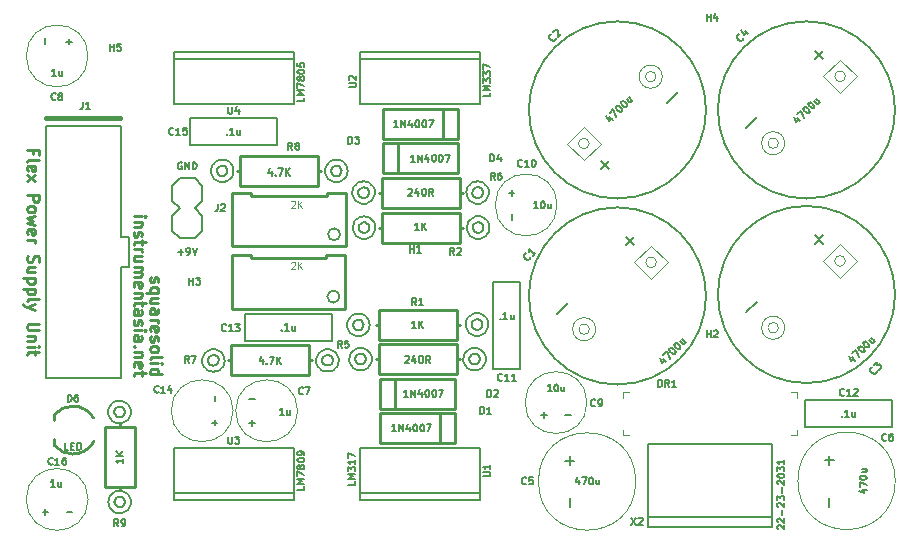
<source format=gbr>
G04 #@! TF.GenerationSoftware,KiCad,Pcbnew,(5.0.2-5)-5*
G04 #@! TF.CreationDate,2022-02-02T03:02:31+07:00*
G04 #@! TF.ProjectId,adjustable PSU,61646a75-7374-4616-926c-65205053552e,rev?*
G04 #@! TF.SameCoordinates,Original*
G04 #@! TF.FileFunction,Legend,Top*
G04 #@! TF.FilePolarity,Positive*
%FSLAX46Y46*%
G04 Gerber Fmt 4.6, Leading zero omitted, Abs format (unit mm)*
G04 Created by KiCad (PCBNEW (5.0.2-5)-5) date 2022 February 02, Wednesday 03:02:31*
%MOMM*%
%LPD*%
G01*
G04 APERTURE LIST*
%ADD10C,0.150000*%
%ADD11C,0.250000*%
%ADD12C,0.400000*%
%ADD13C,0.203200*%
%ADD14C,0.120000*%
%ADD15C,0.100000*%
%ADD16C,0.127000*%
%ADD17C,0.254000*%
%ADD18C,0.066040*%
%ADD19C,0.096520*%
G04 APERTURE END LIST*
D10*
X140131857Y-84536000D02*
X140074714Y-84507428D01*
X139989000Y-84507428D01*
X139903285Y-84536000D01*
X139846142Y-84593142D01*
X139817571Y-84650285D01*
X139789000Y-84764571D01*
X139789000Y-84850285D01*
X139817571Y-84964571D01*
X139846142Y-85021714D01*
X139903285Y-85078857D01*
X139989000Y-85107428D01*
X140046142Y-85107428D01*
X140131857Y-85078857D01*
X140160428Y-85050285D01*
X140160428Y-84850285D01*
X140046142Y-84850285D01*
X140417571Y-85107428D02*
X140417571Y-84507428D01*
X140760428Y-85107428D01*
X140760428Y-84507428D01*
X141046142Y-85107428D02*
X141046142Y-84507428D01*
X141189000Y-84507428D01*
X141274714Y-84536000D01*
X141331857Y-84593142D01*
X141360428Y-84650285D01*
X141389000Y-84764571D01*
X141389000Y-84850285D01*
X141360428Y-84964571D01*
X141331857Y-85021714D01*
X141274714Y-85078857D01*
X141189000Y-85107428D01*
X141046142Y-85107428D01*
X139817571Y-92117857D02*
X140274714Y-92117857D01*
X140046142Y-92346428D02*
X140046142Y-91889285D01*
X140589000Y-92346428D02*
X140703285Y-92346428D01*
X140760428Y-92317857D01*
X140789000Y-92289285D01*
X140846142Y-92203571D01*
X140874714Y-92089285D01*
X140874714Y-91860714D01*
X140846142Y-91803571D01*
X140817571Y-91775000D01*
X140760428Y-91746428D01*
X140646142Y-91746428D01*
X140589000Y-91775000D01*
X140560428Y-91803571D01*
X140531857Y-91860714D01*
X140531857Y-92003571D01*
X140560428Y-92060714D01*
X140589000Y-92089285D01*
X140646142Y-92117857D01*
X140760428Y-92117857D01*
X140817571Y-92089285D01*
X140846142Y-92060714D01*
X140874714Y-92003571D01*
X141046142Y-91746428D02*
X141246142Y-92346428D01*
X141446142Y-91746428D01*
D11*
X127579428Y-83789285D02*
X127579428Y-83455952D01*
X127055619Y-83455952D02*
X128055619Y-83455952D01*
X128055619Y-83932142D01*
X127055619Y-84455952D02*
X127103238Y-84360714D01*
X127198476Y-84313095D01*
X128055619Y-84313095D01*
X127103238Y-85217857D02*
X127055619Y-85122619D01*
X127055619Y-84932142D01*
X127103238Y-84836904D01*
X127198476Y-84789285D01*
X127579428Y-84789285D01*
X127674666Y-84836904D01*
X127722285Y-84932142D01*
X127722285Y-85122619D01*
X127674666Y-85217857D01*
X127579428Y-85265476D01*
X127484190Y-85265476D01*
X127388952Y-84789285D01*
X127055619Y-85598809D02*
X127722285Y-86122619D01*
X127722285Y-85598809D02*
X127055619Y-86122619D01*
X127055619Y-87265476D02*
X128055619Y-87265476D01*
X128055619Y-87646428D01*
X128008000Y-87741666D01*
X127960380Y-87789285D01*
X127865142Y-87836904D01*
X127722285Y-87836904D01*
X127627047Y-87789285D01*
X127579428Y-87741666D01*
X127531809Y-87646428D01*
X127531809Y-87265476D01*
X127055619Y-88408333D02*
X127103238Y-88313095D01*
X127150857Y-88265476D01*
X127246095Y-88217857D01*
X127531809Y-88217857D01*
X127627047Y-88265476D01*
X127674666Y-88313095D01*
X127722285Y-88408333D01*
X127722285Y-88551190D01*
X127674666Y-88646428D01*
X127627047Y-88694047D01*
X127531809Y-88741666D01*
X127246095Y-88741666D01*
X127150857Y-88694047D01*
X127103238Y-88646428D01*
X127055619Y-88551190D01*
X127055619Y-88408333D01*
X127722285Y-89074999D02*
X127055619Y-89265476D01*
X127531809Y-89455952D01*
X127055619Y-89646428D01*
X127722285Y-89836904D01*
X127103238Y-90598809D02*
X127055619Y-90503571D01*
X127055619Y-90313095D01*
X127103238Y-90217857D01*
X127198476Y-90170238D01*
X127579428Y-90170238D01*
X127674666Y-90217857D01*
X127722285Y-90313095D01*
X127722285Y-90503571D01*
X127674666Y-90598809D01*
X127579428Y-90646428D01*
X127484190Y-90646428D01*
X127388952Y-90170238D01*
X127055619Y-91074999D02*
X127722285Y-91074999D01*
X127531809Y-91074999D02*
X127627047Y-91122619D01*
X127674666Y-91170238D01*
X127722285Y-91265476D01*
X127722285Y-91360714D01*
X127103238Y-92408333D02*
X127055619Y-92551190D01*
X127055619Y-92789285D01*
X127103238Y-92884523D01*
X127150857Y-92932142D01*
X127246095Y-92979761D01*
X127341333Y-92979761D01*
X127436571Y-92932142D01*
X127484190Y-92884523D01*
X127531809Y-92789285D01*
X127579428Y-92598809D01*
X127627047Y-92503571D01*
X127674666Y-92455952D01*
X127769904Y-92408333D01*
X127865142Y-92408333D01*
X127960380Y-92455952D01*
X128008000Y-92503571D01*
X128055619Y-92598809D01*
X128055619Y-92836904D01*
X128008000Y-92979761D01*
X127722285Y-93836904D02*
X127055619Y-93836904D01*
X127722285Y-93408333D02*
X127198476Y-93408333D01*
X127103238Y-93455952D01*
X127055619Y-93551190D01*
X127055619Y-93694047D01*
X127103238Y-93789285D01*
X127150857Y-93836904D01*
X127722285Y-94313095D02*
X126722285Y-94313095D01*
X127674666Y-94313095D02*
X127722285Y-94408333D01*
X127722285Y-94598809D01*
X127674666Y-94694047D01*
X127627047Y-94741666D01*
X127531809Y-94789285D01*
X127246095Y-94789285D01*
X127150857Y-94741666D01*
X127103238Y-94694047D01*
X127055619Y-94598809D01*
X127055619Y-94408333D01*
X127103238Y-94313095D01*
X127722285Y-95217857D02*
X126722285Y-95217857D01*
X127674666Y-95217857D02*
X127722285Y-95313095D01*
X127722285Y-95503571D01*
X127674666Y-95598809D01*
X127627047Y-95646428D01*
X127531809Y-95694047D01*
X127246095Y-95694047D01*
X127150857Y-95646428D01*
X127103238Y-95598809D01*
X127055619Y-95503571D01*
X127055619Y-95313095D01*
X127103238Y-95217857D01*
X127055619Y-96265476D02*
X127103238Y-96170238D01*
X127198476Y-96122619D01*
X128055619Y-96122619D01*
X127722285Y-96551190D02*
X127055619Y-96789285D01*
X127722285Y-97027380D02*
X127055619Y-96789285D01*
X126817523Y-96694047D01*
X126769904Y-96646428D01*
X126722285Y-96551190D01*
X128055619Y-98170238D02*
X127246095Y-98170238D01*
X127150857Y-98217857D01*
X127103238Y-98265476D01*
X127055619Y-98360714D01*
X127055619Y-98551190D01*
X127103238Y-98646428D01*
X127150857Y-98694047D01*
X127246095Y-98741666D01*
X128055619Y-98741666D01*
X127722285Y-99217857D02*
X127055619Y-99217857D01*
X127627047Y-99217857D02*
X127674666Y-99265476D01*
X127722285Y-99360714D01*
X127722285Y-99503571D01*
X127674666Y-99598809D01*
X127579428Y-99646428D01*
X127055619Y-99646428D01*
X127055619Y-100122619D02*
X127722285Y-100122619D01*
X128055619Y-100122619D02*
X128008000Y-100075000D01*
X127960380Y-100122619D01*
X128008000Y-100170238D01*
X128055619Y-100122619D01*
X127960380Y-100122619D01*
X127722285Y-100455952D02*
X127722285Y-100836904D01*
X128055619Y-100598809D02*
X127198476Y-100598809D01*
X127103238Y-100646428D01*
X127055619Y-100741666D01*
X127055619Y-100836904D01*
X136072619Y-89073952D02*
X136739285Y-89073952D01*
X137072619Y-89073952D02*
X137025000Y-89026333D01*
X136977380Y-89073952D01*
X137025000Y-89121571D01*
X137072619Y-89073952D01*
X136977380Y-89073952D01*
X136739285Y-89550143D02*
X136072619Y-89550143D01*
X136644047Y-89550143D02*
X136691666Y-89597762D01*
X136739285Y-89693000D01*
X136739285Y-89835857D01*
X136691666Y-89931095D01*
X136596428Y-89978714D01*
X136072619Y-89978714D01*
X136120238Y-90407286D02*
X136072619Y-90502524D01*
X136072619Y-90693000D01*
X136120238Y-90788238D01*
X136215476Y-90835857D01*
X136263095Y-90835857D01*
X136358333Y-90788238D01*
X136405952Y-90693000D01*
X136405952Y-90550143D01*
X136453571Y-90454905D01*
X136548809Y-90407286D01*
X136596428Y-90407286D01*
X136691666Y-90454905D01*
X136739285Y-90550143D01*
X136739285Y-90693000D01*
X136691666Y-90788238D01*
X136739285Y-91121571D02*
X136739285Y-91502524D01*
X137072619Y-91264429D02*
X136215476Y-91264429D01*
X136120238Y-91312048D01*
X136072619Y-91407286D01*
X136072619Y-91502524D01*
X136072619Y-91835857D02*
X136739285Y-91835857D01*
X136548809Y-91835857D02*
X136644047Y-91883476D01*
X136691666Y-91931095D01*
X136739285Y-92026333D01*
X136739285Y-92121571D01*
X136739285Y-92883476D02*
X136072619Y-92883476D01*
X136739285Y-92454905D02*
X136215476Y-92454905D01*
X136120238Y-92502524D01*
X136072619Y-92597762D01*
X136072619Y-92740619D01*
X136120238Y-92835857D01*
X136167857Y-92883476D01*
X136072619Y-93359667D02*
X136739285Y-93359667D01*
X136644047Y-93359667D02*
X136691666Y-93407286D01*
X136739285Y-93502524D01*
X136739285Y-93645381D01*
X136691666Y-93740619D01*
X136596428Y-93788238D01*
X136072619Y-93788238D01*
X136596428Y-93788238D02*
X136691666Y-93835857D01*
X136739285Y-93931095D01*
X136739285Y-94073952D01*
X136691666Y-94169190D01*
X136596428Y-94216809D01*
X136072619Y-94216809D01*
X136120238Y-95073952D02*
X136072619Y-94978714D01*
X136072619Y-94788238D01*
X136120238Y-94693000D01*
X136215476Y-94645381D01*
X136596428Y-94645381D01*
X136691666Y-94693000D01*
X136739285Y-94788238D01*
X136739285Y-94978714D01*
X136691666Y-95073952D01*
X136596428Y-95121571D01*
X136501190Y-95121571D01*
X136405952Y-94645381D01*
X136739285Y-95550143D02*
X136072619Y-95550143D01*
X136644047Y-95550143D02*
X136691666Y-95597762D01*
X136739285Y-95693000D01*
X136739285Y-95835857D01*
X136691666Y-95931095D01*
X136596428Y-95978714D01*
X136072619Y-95978714D01*
X136739285Y-96312048D02*
X136739285Y-96693000D01*
X137072619Y-96454905D02*
X136215476Y-96454905D01*
X136120238Y-96502524D01*
X136072619Y-96597762D01*
X136072619Y-96693000D01*
X136072619Y-97454905D02*
X136596428Y-97454905D01*
X136691666Y-97407286D01*
X136739285Y-97312048D01*
X136739285Y-97121571D01*
X136691666Y-97026333D01*
X136120238Y-97454905D02*
X136072619Y-97359667D01*
X136072619Y-97121571D01*
X136120238Y-97026333D01*
X136215476Y-96978714D01*
X136310714Y-96978714D01*
X136405952Y-97026333D01*
X136453571Y-97121571D01*
X136453571Y-97359667D01*
X136501190Y-97454905D01*
X136120238Y-97883476D02*
X136072619Y-97978714D01*
X136072619Y-98169190D01*
X136120238Y-98264429D01*
X136215476Y-98312048D01*
X136263095Y-98312048D01*
X136358333Y-98264429D01*
X136405952Y-98169190D01*
X136405952Y-98026333D01*
X136453571Y-97931095D01*
X136548809Y-97883476D01*
X136596428Y-97883476D01*
X136691666Y-97931095D01*
X136739285Y-98026333D01*
X136739285Y-98169190D01*
X136691666Y-98264429D01*
X136072619Y-98740619D02*
X136739285Y-98740619D01*
X137072619Y-98740619D02*
X137025000Y-98693000D01*
X136977380Y-98740619D01*
X137025000Y-98788238D01*
X137072619Y-98740619D01*
X136977380Y-98740619D01*
X136072619Y-99645381D02*
X136596428Y-99645381D01*
X136691666Y-99597762D01*
X136739285Y-99502524D01*
X136739285Y-99312048D01*
X136691666Y-99216809D01*
X136120238Y-99645381D02*
X136072619Y-99550143D01*
X136072619Y-99312048D01*
X136120238Y-99216809D01*
X136215476Y-99169190D01*
X136310714Y-99169190D01*
X136405952Y-99216809D01*
X136453571Y-99312048D01*
X136453571Y-99550143D01*
X136501190Y-99645381D01*
X136167857Y-100121571D02*
X136120238Y-100169190D01*
X136072619Y-100121571D01*
X136120238Y-100073952D01*
X136167857Y-100121571D01*
X136072619Y-100121571D01*
X136739285Y-100597762D02*
X136072619Y-100597762D01*
X136644047Y-100597762D02*
X136691666Y-100645381D01*
X136739285Y-100740619D01*
X136739285Y-100883476D01*
X136691666Y-100978714D01*
X136596428Y-101026333D01*
X136072619Y-101026333D01*
X136120238Y-101883476D02*
X136072619Y-101788238D01*
X136072619Y-101597762D01*
X136120238Y-101502524D01*
X136215476Y-101454905D01*
X136596428Y-101454905D01*
X136691666Y-101502524D01*
X136739285Y-101597762D01*
X136739285Y-101788238D01*
X136691666Y-101883476D01*
X136596428Y-101931095D01*
X136501190Y-101931095D01*
X136405952Y-101454905D01*
X136739285Y-102216809D02*
X136739285Y-102597762D01*
X137072619Y-102359667D02*
X136215476Y-102359667D01*
X136120238Y-102407286D01*
X136072619Y-102502524D01*
X136072619Y-102597762D01*
X137517238Y-94264429D02*
X137469619Y-94359667D01*
X137469619Y-94550143D01*
X137517238Y-94645381D01*
X137612476Y-94693000D01*
X137660095Y-94693000D01*
X137755333Y-94645381D01*
X137802952Y-94550143D01*
X137802952Y-94407286D01*
X137850571Y-94312048D01*
X137945809Y-94264429D01*
X137993428Y-94264429D01*
X138088666Y-94312048D01*
X138136285Y-94407286D01*
X138136285Y-94550143D01*
X138088666Y-94645381D01*
X138136285Y-95550143D02*
X137136285Y-95550143D01*
X137517238Y-95550143D02*
X137469619Y-95454905D01*
X137469619Y-95264429D01*
X137517238Y-95169191D01*
X137564857Y-95121572D01*
X137660095Y-95073953D01*
X137945809Y-95073953D01*
X138041047Y-95121572D01*
X138088666Y-95169191D01*
X138136285Y-95264429D01*
X138136285Y-95454905D01*
X138088666Y-95550143D01*
X138136285Y-96454905D02*
X137469619Y-96454905D01*
X138136285Y-96026334D02*
X137612476Y-96026334D01*
X137517238Y-96073953D01*
X137469619Y-96169191D01*
X137469619Y-96312048D01*
X137517238Y-96407286D01*
X137564857Y-96454905D01*
X137469619Y-97359667D02*
X137993428Y-97359667D01*
X138088666Y-97312048D01*
X138136285Y-97216810D01*
X138136285Y-97026334D01*
X138088666Y-96931096D01*
X137517238Y-97359667D02*
X137469619Y-97264429D01*
X137469619Y-97026334D01*
X137517238Y-96931096D01*
X137612476Y-96883477D01*
X137707714Y-96883477D01*
X137802952Y-96931096D01*
X137850571Y-97026334D01*
X137850571Y-97264429D01*
X137898190Y-97359667D01*
X137469619Y-97835857D02*
X138136285Y-97835857D01*
X137945809Y-97835857D02*
X138041047Y-97883477D01*
X138088666Y-97931096D01*
X138136285Y-98026334D01*
X138136285Y-98121572D01*
X137517238Y-98835857D02*
X137469619Y-98740619D01*
X137469619Y-98550143D01*
X137517238Y-98454905D01*
X137612476Y-98407286D01*
X137993428Y-98407286D01*
X138088666Y-98454905D01*
X138136285Y-98550143D01*
X138136285Y-98740619D01*
X138088666Y-98835857D01*
X137993428Y-98883477D01*
X137898190Y-98883477D01*
X137802952Y-98407286D01*
X137517238Y-99264429D02*
X137469619Y-99359667D01*
X137469619Y-99550143D01*
X137517238Y-99645381D01*
X137612476Y-99693000D01*
X137660095Y-99693000D01*
X137755333Y-99645381D01*
X137802952Y-99550143D01*
X137802952Y-99407286D01*
X137850571Y-99312048D01*
X137945809Y-99264429D01*
X137993428Y-99264429D01*
X138088666Y-99312048D01*
X138136285Y-99407286D01*
X138136285Y-99550143D01*
X138088666Y-99645381D01*
X137469619Y-100264429D02*
X137517238Y-100169191D01*
X137564857Y-100121572D01*
X137660095Y-100073953D01*
X137945809Y-100073953D01*
X138041047Y-100121572D01*
X138088666Y-100169191D01*
X138136285Y-100264429D01*
X138136285Y-100407286D01*
X138088666Y-100502524D01*
X138041047Y-100550143D01*
X137945809Y-100597762D01*
X137660095Y-100597762D01*
X137564857Y-100550143D01*
X137517238Y-100502524D01*
X137469619Y-100407286D01*
X137469619Y-100264429D01*
X137469619Y-101169191D02*
X137517238Y-101073953D01*
X137612476Y-101026334D01*
X138469619Y-101026334D01*
X137469619Y-101550143D02*
X138136285Y-101550143D01*
X138469619Y-101550143D02*
X138422000Y-101502524D01*
X138374380Y-101550143D01*
X138422000Y-101597762D01*
X138469619Y-101550143D01*
X138374380Y-101550143D01*
X137469619Y-102454905D02*
X138469619Y-102454905D01*
X137517238Y-102454905D02*
X137469619Y-102359667D01*
X137469619Y-102169191D01*
X137517238Y-102073953D01*
X137564857Y-102026334D01*
X137660095Y-101978715D01*
X137945809Y-101978715D01*
X138041047Y-102026334D01*
X138088666Y-102073953D01*
X138136285Y-102169191D01*
X138136285Y-102359667D01*
X138088666Y-102454905D01*
D12*
X128651000Y-80772000D02*
X134874000Y-80772000D01*
D13*
G04 #@! TO.C,J2*
X139319000Y-90297000D02*
X139319000Y-89027000D01*
X139319000Y-89027000D02*
X139954000Y-88392000D01*
X141224000Y-88392000D02*
X141859000Y-89027000D01*
X139954000Y-88392000D02*
X139319000Y-87757000D01*
X139319000Y-87757000D02*
X139319000Y-86487000D01*
X139319000Y-86487000D02*
X139954000Y-85852000D01*
X141224000Y-85852000D02*
X141859000Y-86487000D01*
X141859000Y-86487000D02*
X141859000Y-87757000D01*
X141859000Y-87757000D02*
X141224000Y-88392000D01*
X139954000Y-90932000D02*
X141224000Y-90932000D01*
X139319000Y-90297000D02*
X139954000Y-90932000D01*
X141224000Y-90932000D02*
X141859000Y-90297000D01*
X141859000Y-89027000D02*
X141859000Y-90297000D01*
X139954000Y-85852000D02*
X141224000Y-85852000D01*
D14*
G04 #@! TO.C,C6*
X200544184Y-111489272D02*
G75*
G03X200544184Y-111489272I-4120000J0D01*
G01*
G04 #@! TO.C,C5*
X178573184Y-111540072D02*
G75*
G03X178573184Y-111540072I-4120000J0D01*
G01*
D15*
G04 #@! TO.C,DR1*
X192247000Y-107641000D02*
X192247000Y-107141000D01*
X192247000Y-107641000D02*
X191747000Y-107641000D01*
X177497000Y-107641000D02*
X177497000Y-107141000D01*
X177497000Y-107641000D02*
X177997000Y-107641000D01*
X177497000Y-103941000D02*
X177497000Y-104441000D01*
X177497000Y-103941000D02*
X177997000Y-103941000D01*
X192247000Y-103941000D02*
X192197000Y-103941000D01*
X192247000Y-103941000D02*
X192247000Y-104441000D01*
X192197000Y-103941000D02*
X191697000Y-103941000D01*
D10*
G04 #@! TO.C,J1*
X135001000Y-90805000D02*
X135636000Y-90805000D01*
X135636000Y-90805000D02*
X135636000Y-93345000D01*
X135636000Y-93345000D02*
X135001000Y-93345000D01*
X135001000Y-90805000D02*
X135001000Y-85090000D01*
X135001000Y-81407000D02*
X128651000Y-81407000D01*
X128651000Y-85090000D02*
X128651000Y-99060000D01*
X128651000Y-102743000D02*
X135001000Y-102743000D01*
X135001000Y-99060000D02*
X135001000Y-93345000D01*
X135001000Y-99060000D02*
X135001000Y-102743000D01*
X128651000Y-102743000D02*
X128651000Y-99060000D01*
X128651000Y-85217000D02*
X128651000Y-81407000D01*
X135001000Y-85217000D02*
X135001000Y-81534000D01*
X135001000Y-81534000D02*
X135001000Y-81407000D01*
D13*
G04 #@! TO.C,U3*
X139446000Y-108672472D02*
X149606000Y-108672472D01*
X149606000Y-108672472D02*
X149606000Y-112482472D01*
X149606000Y-112482472D02*
X149606000Y-113117472D01*
X149606000Y-113117472D02*
X139446000Y-113117472D01*
X139446000Y-113117472D02*
X139446000Y-112482472D01*
X139446000Y-112482472D02*
X139446000Y-108672472D01*
X139446000Y-112482472D02*
X149606000Y-112482472D01*
G04 #@! TO.C,U4*
X149606000Y-75779472D02*
X139446000Y-75779472D01*
X149606000Y-75779472D02*
X149606000Y-79589472D01*
X149606000Y-75144472D02*
X149606000Y-75779472D01*
X139446000Y-75144472D02*
X149606000Y-75144472D01*
X139446000Y-75779472D02*
X139446000Y-75144472D01*
X139446000Y-79589472D02*
X139446000Y-75779472D01*
X149606000Y-79589472D02*
X139446000Y-79589472D01*
G04 #@! TO.C,U1*
X155194000Y-112482472D02*
X165354000Y-112482472D01*
X155194000Y-112482472D02*
X155194000Y-108672472D01*
X155194000Y-113117472D02*
X155194000Y-112482472D01*
X165354000Y-113117472D02*
X155194000Y-113117472D01*
X165354000Y-112482472D02*
X165354000Y-113117472D01*
X165354000Y-108672472D02*
X165354000Y-112482472D01*
X155194000Y-108672472D02*
X165354000Y-108672472D01*
G04 #@! TO.C,U2*
X165354000Y-79589472D02*
X155194000Y-79589472D01*
X155194000Y-79589472D02*
X155194000Y-75779472D01*
X155194000Y-75779472D02*
X155194000Y-75144472D01*
X155194000Y-75144472D02*
X165354000Y-75144472D01*
X165354000Y-75144472D02*
X165354000Y-75779472D01*
X165354000Y-75779472D02*
X165354000Y-79589472D01*
X165354000Y-75779472D02*
X155194000Y-75779472D01*
D14*
G04 #@! TO.C,C16*
X132201400Y-113055400D02*
G75*
G03X132201400Y-113055400I-2620000J0D01*
G01*
D16*
G04 #@! TO.C,R9*
X135308340Y-113184940D02*
X135318500Y-113284000D01*
X135275320Y-113093500D02*
X135308340Y-113184940D01*
X135224520Y-113009680D02*
X135275320Y-113093500D01*
X135155940Y-112938560D02*
X135224520Y-113009680D01*
X135072120Y-112885220D02*
X135155940Y-112938560D01*
X134980680Y-112852200D02*
X135072120Y-112885220D01*
X134881620Y-112842040D02*
X134980680Y-112852200D01*
X134785100Y-112849660D02*
X134881620Y-112842040D01*
X134688580Y-112882680D02*
X134785100Y-112849660D01*
X134602220Y-112933480D02*
X134688580Y-112882680D01*
X134531100Y-113004600D02*
X134602220Y-112933480D01*
X134475220Y-113088420D02*
X134531100Y-113004600D01*
X134442200Y-113182400D02*
X134475220Y-113088420D01*
X134429500Y-113284000D02*
X134442200Y-113182400D01*
X134442200Y-113383060D02*
X134429500Y-113284000D01*
X134477760Y-113479580D02*
X134442200Y-113383060D01*
X134533640Y-113563400D02*
X134477760Y-113479580D01*
X134609840Y-113634520D02*
X134533640Y-113563400D01*
X134696200Y-113687860D02*
X134609840Y-113634520D01*
X134792720Y-113718340D02*
X134696200Y-113687860D01*
X134891780Y-113728500D02*
X134792720Y-113718340D01*
X134988300Y-113713260D02*
X134891780Y-113728500D01*
X135079740Y-113680240D02*
X134988300Y-113713260D01*
X135161020Y-113626900D02*
X135079740Y-113680240D01*
X135229600Y-113555780D02*
X135161020Y-113626900D01*
X135277860Y-113471960D02*
X135229600Y-113555780D01*
X135308340Y-113380520D02*
X135277860Y-113471960D01*
X135318500Y-113284000D02*
X135308340Y-113380520D01*
X135808720Y-113096040D02*
X135826500Y-113281460D01*
X135757920Y-112920780D02*
X135808720Y-113096040D01*
X135674100Y-112758220D02*
X135757920Y-112920780D01*
X135557260Y-112613440D02*
X135674100Y-112758220D01*
X135417560Y-112496600D02*
X135557260Y-112613440D01*
X135255000Y-112407700D02*
X135417560Y-112496600D01*
X135079740Y-112351820D02*
X135255000Y-112407700D01*
X134899400Y-112331500D02*
X135079740Y-112351820D01*
X134734300Y-112344200D02*
X134899400Y-112331500D01*
X134569200Y-112384840D02*
X134734300Y-112344200D01*
X134416800Y-112455960D02*
X134569200Y-112384840D01*
X134277100Y-112549940D02*
X134416800Y-112455960D01*
X134157720Y-112666780D02*
X134277100Y-112549940D01*
X134058660Y-112801400D02*
X134157720Y-112666780D01*
X133985000Y-112953800D02*
X134058660Y-112801400D01*
X133939280Y-113116360D02*
X133985000Y-112953800D01*
X133921500Y-113284000D02*
X133939280Y-113116360D01*
X133939280Y-113449100D02*
X133921500Y-113284000D01*
X133985000Y-113611660D02*
X133939280Y-113449100D01*
X134058660Y-113764060D02*
X133985000Y-113611660D01*
X134155180Y-113898680D02*
X134058660Y-113764060D01*
X134274560Y-114018060D02*
X134155180Y-113898680D01*
X134414260Y-114112040D02*
X134274560Y-114018060D01*
X134566660Y-114180620D02*
X134414260Y-114112040D01*
X134731760Y-114221260D02*
X134566660Y-114180620D01*
X134894320Y-114233960D02*
X134731760Y-114221260D01*
X135079740Y-114213640D02*
X134894320Y-114233960D01*
X135255000Y-114157760D02*
X135079740Y-114213640D01*
X135417560Y-114068860D02*
X135255000Y-114157760D01*
X135557260Y-113949480D02*
X135417560Y-114068860D01*
X135674100Y-113804700D02*
X135557260Y-113949480D01*
X135757920Y-113642140D02*
X135674100Y-113804700D01*
X135808720Y-113464340D02*
X135757920Y-113642140D01*
X135826500Y-113281460D02*
X135808720Y-113464340D01*
X135300720Y-105559860D02*
X135310880Y-105658920D01*
X135267700Y-105468420D02*
X135300720Y-105559860D01*
X135216900Y-105384600D02*
X135267700Y-105468420D01*
X135148320Y-105313480D02*
X135216900Y-105384600D01*
X135064500Y-105260140D02*
X135148320Y-105313480D01*
X134973060Y-105227120D02*
X135064500Y-105260140D01*
X134874000Y-105216960D02*
X134973060Y-105227120D01*
X134777480Y-105224580D02*
X134874000Y-105216960D01*
X134680960Y-105257600D02*
X134777480Y-105224580D01*
X134594600Y-105308400D02*
X134680960Y-105257600D01*
X134523480Y-105379520D02*
X134594600Y-105308400D01*
X134467600Y-105463340D02*
X134523480Y-105379520D01*
X134434580Y-105557320D02*
X134467600Y-105463340D01*
X134421880Y-105658920D02*
X134434580Y-105557320D01*
X134434580Y-105757980D02*
X134421880Y-105658920D01*
X134470140Y-105854500D02*
X134434580Y-105757980D01*
X134526020Y-105938320D02*
X134470140Y-105854500D01*
X134602220Y-106009440D02*
X134526020Y-105938320D01*
X134688580Y-106062780D02*
X134602220Y-106009440D01*
X134785100Y-106093260D02*
X134688580Y-106062780D01*
X134886700Y-106103420D02*
X134785100Y-106093260D01*
X134980680Y-106088180D02*
X134886700Y-106103420D01*
X135072120Y-106055160D02*
X134980680Y-106088180D01*
X135153400Y-106001820D02*
X135072120Y-106055160D01*
X135221980Y-105930700D02*
X135153400Y-106001820D01*
X135270240Y-105846880D02*
X135221980Y-105930700D01*
X135300720Y-105755440D02*
X135270240Y-105846880D01*
X135310880Y-105658920D02*
X135300720Y-105755440D01*
X135801100Y-105470960D02*
X135818880Y-105656380D01*
X135750300Y-105295700D02*
X135801100Y-105470960D01*
X135666480Y-105133140D02*
X135750300Y-105295700D01*
X135549640Y-104988360D02*
X135666480Y-105133140D01*
X135409940Y-104871520D02*
X135549640Y-104988360D01*
X135247380Y-104782620D02*
X135409940Y-104871520D01*
X135072120Y-104726740D02*
X135247380Y-104782620D01*
X134891780Y-104706420D02*
X135072120Y-104726740D01*
X134726680Y-104719120D02*
X134891780Y-104706420D01*
X134561580Y-104759760D02*
X134726680Y-104719120D01*
X134409180Y-104830880D02*
X134561580Y-104759760D01*
X134269480Y-104924860D02*
X134409180Y-104830880D01*
X134150100Y-105041700D02*
X134269480Y-104924860D01*
X134051040Y-105176320D02*
X134150100Y-105041700D01*
X133977380Y-105328720D02*
X134051040Y-105176320D01*
X133931660Y-105491280D02*
X133977380Y-105328720D01*
X133913880Y-105658920D02*
X133931660Y-105491280D01*
X133931660Y-105824020D02*
X133913880Y-105658920D01*
X133977380Y-105986580D02*
X133931660Y-105824020D01*
X134051040Y-106138980D02*
X133977380Y-105986580D01*
X134147560Y-106273600D02*
X134051040Y-106138980D01*
X134266940Y-106392980D02*
X134147560Y-106273600D01*
X134406640Y-106486960D02*
X134266940Y-106392980D01*
X134559040Y-106555540D02*
X134406640Y-106486960D01*
X134724140Y-106596180D02*
X134559040Y-106555540D01*
X134886700Y-106608880D02*
X134724140Y-106596180D01*
X135072120Y-106588560D02*
X134886700Y-106608880D01*
X135247380Y-106532680D02*
X135072120Y-106588560D01*
X135409940Y-106443780D02*
X135247380Y-106532680D01*
X135549640Y-106324400D02*
X135409940Y-106443780D01*
X135666480Y-106179620D02*
X135549640Y-106324400D01*
X135750300Y-106017060D02*
X135666480Y-106179620D01*
X135801100Y-105839260D02*
X135750300Y-106017060D01*
X135818880Y-105656380D02*
X135801100Y-105839260D01*
D17*
X134874000Y-112014000D02*
X134874000Y-112268000D01*
X134874000Y-106934000D02*
X134874000Y-106680000D01*
X134874000Y-112014000D02*
X133604000Y-112014000D01*
X136144000Y-112014000D02*
X134874000Y-112014000D01*
X136144000Y-106934000D02*
X136144000Y-112014000D01*
X134874000Y-106934000D02*
X136144000Y-106934000D01*
X133604000Y-106934000D02*
X134874000Y-106934000D01*
X133604000Y-112014000D02*
X133604000Y-106934000D01*
G04 #@! TO.C,D6*
X129336800Y-108480860D02*
X129336800Y-107975400D01*
X129336800Y-105895140D02*
X129336800Y-106349800D01*
X129336800Y-108480860D02*
X129336800Y-107975400D01*
X129336800Y-105895140D02*
X129336800Y-106349800D01*
X129352720Y-108491426D02*
G75*
G03X130911600Y-109220000I1558880J1303426D01*
G01*
X130912575Y-109217460D02*
G75*
G03X132702300Y-108143040I-975J2029460D01*
G01*
X130909048Y-105158614D02*
G75*
G03X129362200Y-105877360I2552J-2029386D01*
G01*
X132674899Y-106178149D02*
G75*
G03X130911600Y-105156000I-1763299J-1009851D01*
G01*
X129352720Y-108491426D02*
G75*
G03X130911600Y-109220000I1558880J1303426D01*
G01*
X130912575Y-109217460D02*
G75*
G03X132702300Y-108143040I-975J2029460D01*
G01*
X130909048Y-105158614D02*
G75*
G03X129362200Y-105877360I2552J-2029386D01*
G01*
X132674899Y-106178149D02*
G75*
G03X130911600Y-105156000I-1763299J-1009851D01*
G01*
D13*
G04 #@! TO.C,C15*
X140843000Y-80772000D02*
X140843000Y-83058000D01*
X140843000Y-80772000D02*
X148082000Y-80772000D01*
X148082000Y-80772000D02*
X148209000Y-80772000D01*
X148209000Y-80772000D02*
X148209000Y-83058000D01*
X148209000Y-83058000D02*
X140843000Y-83058000D01*
G04 #@! TO.C,C11*
X166522400Y-101981000D02*
X166522400Y-94615000D01*
X168808400Y-101981000D02*
X166522400Y-101981000D01*
X168808400Y-101854000D02*
X168808400Y-101981000D01*
X168808400Y-94615000D02*
X168808400Y-101854000D01*
X168808400Y-94615000D02*
X166522400Y-94615000D01*
D14*
G04 #@! TO.C,C14*
X144479000Y-105553000D02*
G75*
G03X144479000Y-105553000I-2620000J0D01*
G01*
D13*
G04 #@! TO.C,C13*
X152844500Y-99631500D02*
X152844500Y-97345500D01*
X152844500Y-99631500D02*
X145605500Y-99631500D01*
X145605500Y-99631500D02*
X145478500Y-99631500D01*
X145478500Y-99631500D02*
X145478500Y-97345500D01*
X145478500Y-97345500D02*
X152844500Y-97345500D01*
G04 #@! TO.C,X2*
X179629360Y-108361480D02*
X190124640Y-108361480D01*
X190124640Y-108361480D02*
X190124640Y-114559080D01*
X190124640Y-114559080D02*
X190124640Y-115359180D01*
X190124640Y-115359180D02*
X179629360Y-115359180D01*
X179629360Y-115359180D02*
X179629360Y-114559080D01*
X179629360Y-114559080D02*
X179629360Y-108361480D01*
X190124640Y-114559080D02*
X179629360Y-114559080D01*
G04 #@! TO.C,C12*
X200279000Y-106934000D02*
X192913000Y-106934000D01*
X200279000Y-104648000D02*
X200279000Y-106934000D01*
X200152000Y-104648000D02*
X200279000Y-104648000D01*
X192913000Y-104648000D02*
X200152000Y-104648000D01*
X192913000Y-104648000D02*
X192913000Y-106934000D01*
D14*
G04 #@! TO.C,C9*
X174440984Y-104862472D02*
G75*
G03X174440984Y-104862472I-2620000J0D01*
G01*
D17*
G04 #@! TO.C,R4*
X152425000Y-87078500D02*
X154025000Y-87078500D01*
X152425000Y-87328500D02*
X152425000Y-87078500D01*
X146025000Y-87328500D02*
X152425000Y-87328500D01*
X146025000Y-87078500D02*
X146025000Y-87328500D01*
X144425000Y-87078500D02*
X146025000Y-87078500D01*
X144425000Y-91628500D02*
X144425000Y-87078500D01*
X154025000Y-91628500D02*
X144425000Y-91628500D01*
X154025000Y-87078500D02*
X154025000Y-91628500D01*
D10*
X153543000Y-90614500D02*
G75*
G03X153543000Y-90614500I-508000J0D01*
G01*
D17*
G04 #@! TO.C,R3*
X152361500Y-92349000D02*
X153961500Y-92349000D01*
X152361500Y-92599000D02*
X152361500Y-92349000D01*
X145961500Y-92599000D02*
X152361500Y-92599000D01*
X145961500Y-92349000D02*
X145961500Y-92599000D01*
X144361500Y-92349000D02*
X145961500Y-92349000D01*
X144361500Y-96899000D02*
X144361500Y-92349000D01*
X153961500Y-96899000D02*
X144361500Y-96899000D01*
X153961500Y-92349000D02*
X153961500Y-96899000D01*
D10*
X153479500Y-95885000D02*
G75*
G03X153479500Y-95885000I-508000J0D01*
G01*
D14*
G04 #@! TO.C,C10*
X171911000Y-88122000D02*
G75*
G03X171911000Y-88122000I-2620000J0D01*
G01*
G04 #@! TO.C,C8*
X132201400Y-75509672D02*
G75*
G03X132201400Y-75509672I-2620000J0D01*
G01*
G04 #@! TO.C,C7*
X149940000Y-105553000D02*
G75*
G03X149940000Y-105553000I-2620000J0D01*
G01*
D17*
G04 #@! TO.C,D1*
X162007184Y-105751472D02*
X162007184Y-108291472D01*
X163277184Y-107021472D02*
X163277184Y-105751472D01*
X163277184Y-108291472D02*
X163277184Y-107021472D01*
X162007184Y-108291472D02*
X163277184Y-108291472D01*
X156927184Y-108291472D02*
X162007184Y-108291472D01*
X156927184Y-107021472D02*
X156927184Y-108291472D01*
X156927184Y-105751472D02*
X156927184Y-107021472D01*
X162007184Y-105751472D02*
X156927184Y-105751472D01*
X163277184Y-105751472D02*
X162007184Y-105751472D01*
G04 #@! TO.C,D2*
X158197184Y-105370472D02*
X158197184Y-102830472D01*
X156927184Y-104100472D02*
X156927184Y-105370472D01*
X156927184Y-102830472D02*
X156927184Y-104100472D01*
X158197184Y-102830472D02*
X156927184Y-102830472D01*
X163277184Y-102830472D02*
X158197184Y-102830472D01*
X163277184Y-104100472D02*
X163277184Y-102830472D01*
X163277184Y-105370472D02*
X163277184Y-104100472D01*
X158197184Y-105370472D02*
X163277184Y-105370472D01*
X156927184Y-105370472D02*
X158197184Y-105370472D01*
G04 #@! TO.C,D4*
X158451184Y-85431472D02*
X158451184Y-82891472D01*
X157181184Y-84161472D02*
X157181184Y-85431472D01*
X157181184Y-82891472D02*
X157181184Y-84161472D01*
X158451184Y-82891472D02*
X157181184Y-82891472D01*
X163531184Y-82891472D02*
X158451184Y-82891472D01*
X163531184Y-84161472D02*
X163531184Y-82891472D01*
X163531184Y-85431472D02*
X163531184Y-84161472D01*
X158451184Y-85431472D02*
X163531184Y-85431472D01*
X157181184Y-85431472D02*
X158451184Y-85431472D01*
G04 #@! TO.C,D3*
X162261184Y-79970472D02*
X162261184Y-82510472D01*
X163531184Y-81240472D02*
X163531184Y-79970472D01*
X163531184Y-82510472D02*
X163531184Y-81240472D01*
X162261184Y-82510472D02*
X163531184Y-82510472D01*
X157181184Y-82510472D02*
X162261184Y-82510472D01*
X157181184Y-81240472D02*
X157181184Y-82510472D01*
X157181184Y-79970472D02*
X157181184Y-81240472D01*
X162261184Y-79970472D02*
X157181184Y-79970472D01*
X163531184Y-79970472D02*
X162261184Y-79970472D01*
D18*
G04 #@! TO.C,C4*
X195867533Y-78650819D02*
X197281025Y-77237327D01*
X197281025Y-77237327D02*
X195869329Y-75825631D01*
X194455837Y-77239123D02*
X195869329Y-75825631D01*
X195867533Y-78650819D02*
X194455837Y-77239123D01*
D13*
X188832400Y-80682153D02*
X187934375Y-81580179D01*
X194432488Y-75082065D02*
X193714068Y-75800486D01*
X193714068Y-75082065D02*
X194432488Y-75800486D01*
X200524384Y-80082272D02*
G75*
G03X200524384Y-80082272I-7500000J0D01*
G01*
D15*
X190655216Y-82898480D02*
G75*
G03X190655216Y-82898480I-447040J0D01*
G01*
X196318909Y-77237327D02*
G75*
G03X196318909Y-77237327I-449580J0D01*
G01*
X191186076Y-82898480D02*
G75*
G03X191186076Y-82898480I-977900J0D01*
G01*
G04 #@! TO.C,C3*
X191186076Y-98526480D02*
G75*
G03X191186076Y-98526480I-977900J0D01*
G01*
X196318909Y-92865327D02*
G75*
G03X196318909Y-92865327I-449580J0D01*
G01*
X190655216Y-98526480D02*
G75*
G03X190655216Y-98526480I-447040J0D01*
G01*
D13*
X200524384Y-95710272D02*
G75*
G03X200524384Y-95710272I-7500000J0D01*
G01*
X193714068Y-90710065D02*
X194432488Y-91428486D01*
X194432488Y-90710065D02*
X193714068Y-91428486D01*
X188832400Y-96310153D02*
X187934375Y-97208179D01*
D18*
X195867533Y-94278819D02*
X194455837Y-92867123D01*
X194455837Y-92867123D02*
X195869329Y-91453631D01*
X197281025Y-92865327D02*
X195869329Y-91453631D01*
X195867533Y-94278819D02*
X197281025Y-92865327D01*
G04 #@! TO.C,C2*
X174179235Y-81513725D02*
X172765743Y-82927217D01*
X172765743Y-82927217D02*
X174177439Y-84338913D01*
X175590931Y-82925421D02*
X174177439Y-84338913D01*
X174179235Y-81513725D02*
X175590931Y-82925421D01*
D13*
X181214368Y-79482391D02*
X182112393Y-78584365D01*
X175614280Y-85082479D02*
X176332700Y-84364058D01*
X176332700Y-85082479D02*
X175614280Y-84364058D01*
X184522384Y-80082272D02*
G75*
G03X184522384Y-80082272I-7500000J0D01*
G01*
D15*
X180285632Y-77266064D02*
G75*
G03X180285632Y-77266064I-447040J0D01*
G01*
X174627019Y-82927217D02*
G75*
G03X174627019Y-82927217I-449580J0D01*
G01*
X180816492Y-77266064D02*
G75*
G03X180816492Y-77266064I-977900J0D01*
G01*
G04 #@! TO.C,C1*
X175184076Y-98646480D02*
G75*
G03X175184076Y-98646480I-977900J0D01*
G01*
X180316909Y-92985327D02*
G75*
G03X180316909Y-92985327I-449580J0D01*
G01*
X174653216Y-98646480D02*
G75*
G03X174653216Y-98646480I-447040J0D01*
G01*
D13*
X184522384Y-95830272D02*
G75*
G03X184522384Y-95830272I-7500000J0D01*
G01*
X177712068Y-90830065D02*
X178430488Y-91548486D01*
X178430488Y-90830065D02*
X177712068Y-91548486D01*
X172830400Y-96430153D02*
X171932375Y-97328179D01*
D18*
X179865533Y-94398819D02*
X178453837Y-92987123D01*
X178453837Y-92987123D02*
X179867329Y-91573631D01*
X181279025Y-92985327D02*
X179867329Y-91573631D01*
X179865533Y-94398819D02*
X181279025Y-92985327D01*
D17*
G04 #@! TO.C,R1*
X156796374Y-96988472D02*
X163400374Y-96988472D01*
X163400374Y-96988472D02*
X163400374Y-98258472D01*
X163400374Y-98258472D02*
X163400374Y-99528472D01*
X163400374Y-99528472D02*
X156796374Y-99528472D01*
X156796374Y-99528472D02*
X156796374Y-98258472D01*
X156796374Y-98258472D02*
X156796374Y-96988472D01*
X163400374Y-98258472D02*
X163654374Y-98258472D01*
X156796374Y-98258472D02*
X156542374Y-98258472D01*
D16*
X165125034Y-99203352D02*
X164942154Y-99185572D01*
X164942154Y-99185572D02*
X164764354Y-99134772D01*
X164764354Y-99134772D02*
X164601794Y-99050952D01*
X164601794Y-99050952D02*
X164457014Y-98934112D01*
X164457014Y-98934112D02*
X164337634Y-98794412D01*
X164337634Y-98794412D02*
X164248734Y-98631852D01*
X164248734Y-98631852D02*
X164192854Y-98456592D01*
X164192854Y-98456592D02*
X164172534Y-98271172D01*
X164172534Y-98271172D02*
X164185234Y-98108612D01*
X164185234Y-98108612D02*
X164225874Y-97943512D01*
X164225874Y-97943512D02*
X164294454Y-97791112D01*
X164294454Y-97791112D02*
X164388434Y-97651412D01*
X164388434Y-97651412D02*
X164507814Y-97532032D01*
X164507814Y-97532032D02*
X164642434Y-97435512D01*
X164642434Y-97435512D02*
X164794834Y-97361852D01*
X164794834Y-97361852D02*
X164957394Y-97316132D01*
X164957394Y-97316132D02*
X165122494Y-97298352D01*
X165122494Y-97298352D02*
X165290134Y-97316132D01*
X165290134Y-97316132D02*
X165452694Y-97361852D01*
X165452694Y-97361852D02*
X165605094Y-97435512D01*
X165605094Y-97435512D02*
X165739714Y-97534572D01*
X165739714Y-97534572D02*
X165856554Y-97653952D01*
X165856554Y-97653952D02*
X165950534Y-97793652D01*
X165950534Y-97793652D02*
X166021654Y-97946052D01*
X166021654Y-97946052D02*
X166062294Y-98111152D01*
X166062294Y-98111152D02*
X166074994Y-98276252D01*
X166074994Y-98276252D02*
X166054674Y-98456592D01*
X166054674Y-98456592D02*
X165998794Y-98631852D01*
X165998794Y-98631852D02*
X165909894Y-98794412D01*
X165909894Y-98794412D02*
X165793054Y-98934112D01*
X165793054Y-98934112D02*
X165648274Y-99050952D01*
X165648274Y-99050952D02*
X165485714Y-99134772D01*
X165485714Y-99134772D02*
X165310454Y-99185572D01*
X165310454Y-99185572D02*
X165125034Y-99203352D01*
X165122494Y-98695352D02*
X165025974Y-98685192D01*
X165025974Y-98685192D02*
X164934534Y-98654712D01*
X164934534Y-98654712D02*
X164850714Y-98606452D01*
X164850714Y-98606452D02*
X164779594Y-98537872D01*
X164779594Y-98537872D02*
X164726254Y-98456592D01*
X164726254Y-98456592D02*
X164693234Y-98365152D01*
X164693234Y-98365152D02*
X164677994Y-98271172D01*
X164677994Y-98271172D02*
X164688154Y-98169572D01*
X164688154Y-98169572D02*
X164718634Y-98073052D01*
X164718634Y-98073052D02*
X164771974Y-97986692D01*
X164771974Y-97986692D02*
X164843094Y-97910492D01*
X164843094Y-97910492D02*
X164926914Y-97854612D01*
X164926914Y-97854612D02*
X165023434Y-97819052D01*
X165023434Y-97819052D02*
X165122494Y-97806352D01*
X165122494Y-97806352D02*
X165224094Y-97819052D01*
X165224094Y-97819052D02*
X165318074Y-97852072D01*
X165318074Y-97852072D02*
X165401894Y-97907952D01*
X165401894Y-97907952D02*
X165473014Y-97979072D01*
X165473014Y-97979072D02*
X165523814Y-98065432D01*
X165523814Y-98065432D02*
X165556834Y-98161952D01*
X165556834Y-98161952D02*
X165564454Y-98258472D01*
X165564454Y-98258472D02*
X165554294Y-98357532D01*
X165554294Y-98357532D02*
X165521274Y-98448972D01*
X165521274Y-98448972D02*
X165467934Y-98532792D01*
X165467934Y-98532792D02*
X165396814Y-98601372D01*
X165396814Y-98601372D02*
X165312994Y-98652172D01*
X165312994Y-98652172D02*
X165221554Y-98685192D01*
X165221554Y-98685192D02*
X165122494Y-98695352D01*
X155084414Y-99228752D02*
X154901534Y-99210972D01*
X154901534Y-99210972D02*
X154723734Y-99160172D01*
X154723734Y-99160172D02*
X154561174Y-99076352D01*
X154561174Y-99076352D02*
X154416394Y-98959512D01*
X154416394Y-98959512D02*
X154297014Y-98819812D01*
X154297014Y-98819812D02*
X154208114Y-98657252D01*
X154208114Y-98657252D02*
X154152234Y-98481992D01*
X154152234Y-98481992D02*
X154131914Y-98296572D01*
X154131914Y-98296572D02*
X154144614Y-98134012D01*
X154144614Y-98134012D02*
X154185254Y-97968912D01*
X154185254Y-97968912D02*
X154253834Y-97816512D01*
X154253834Y-97816512D02*
X154347814Y-97676812D01*
X154347814Y-97676812D02*
X154467194Y-97557432D01*
X154467194Y-97557432D02*
X154601814Y-97460912D01*
X154601814Y-97460912D02*
X154754214Y-97387252D01*
X154754214Y-97387252D02*
X154916774Y-97341532D01*
X154916774Y-97341532D02*
X155081874Y-97323752D01*
X155081874Y-97323752D02*
X155249514Y-97341532D01*
X155249514Y-97341532D02*
X155412074Y-97387252D01*
X155412074Y-97387252D02*
X155564474Y-97460912D01*
X155564474Y-97460912D02*
X155699094Y-97559972D01*
X155699094Y-97559972D02*
X155815934Y-97679352D01*
X155815934Y-97679352D02*
X155909914Y-97819052D01*
X155909914Y-97819052D02*
X155981034Y-97971452D01*
X155981034Y-97971452D02*
X156021674Y-98136552D01*
X156021674Y-98136552D02*
X156034374Y-98301652D01*
X156034374Y-98301652D02*
X156014054Y-98481992D01*
X156014054Y-98481992D02*
X155958174Y-98657252D01*
X155958174Y-98657252D02*
X155869274Y-98819812D01*
X155869274Y-98819812D02*
X155752434Y-98959512D01*
X155752434Y-98959512D02*
X155607654Y-99076352D01*
X155607654Y-99076352D02*
X155445094Y-99160172D01*
X155445094Y-99160172D02*
X155269834Y-99210972D01*
X155269834Y-99210972D02*
X155084414Y-99228752D01*
X155081874Y-98720752D02*
X154985354Y-98710592D01*
X154985354Y-98710592D02*
X154893914Y-98680112D01*
X154893914Y-98680112D02*
X154810094Y-98631852D01*
X154810094Y-98631852D02*
X154738974Y-98563272D01*
X154738974Y-98563272D02*
X154685634Y-98481992D01*
X154685634Y-98481992D02*
X154652614Y-98390552D01*
X154652614Y-98390552D02*
X154637374Y-98294032D01*
X154637374Y-98294032D02*
X154647534Y-98194972D01*
X154647534Y-98194972D02*
X154678014Y-98098452D01*
X154678014Y-98098452D02*
X154731354Y-98012092D01*
X154731354Y-98012092D02*
X154802474Y-97935892D01*
X154802474Y-97935892D02*
X154886294Y-97880012D01*
X154886294Y-97880012D02*
X154982814Y-97844452D01*
X154982814Y-97844452D02*
X155081874Y-97831752D01*
X155081874Y-97831752D02*
X155183474Y-97844452D01*
X155183474Y-97844452D02*
X155277454Y-97877472D01*
X155277454Y-97877472D02*
X155361274Y-97933352D01*
X155361274Y-97933352D02*
X155432394Y-98004472D01*
X155432394Y-98004472D02*
X155483194Y-98090832D01*
X155483194Y-98090832D02*
X155516214Y-98187352D01*
X155516214Y-98187352D02*
X155523834Y-98283872D01*
X155523834Y-98283872D02*
X155513674Y-98382932D01*
X155513674Y-98382932D02*
X155480654Y-98474372D01*
X155480654Y-98474372D02*
X155427314Y-98558192D01*
X155427314Y-98558192D02*
X155356194Y-98626772D01*
X155356194Y-98626772D02*
X155272374Y-98677572D01*
X155272374Y-98677572D02*
X155180934Y-98710592D01*
X155180934Y-98710592D02*
X155081874Y-98720752D01*
D17*
G04 #@! TO.C,R2*
X157099000Y-88773000D02*
X163703000Y-88773000D01*
X163703000Y-88773000D02*
X163703000Y-90043000D01*
X163703000Y-90043000D02*
X163703000Y-91313000D01*
X163703000Y-91313000D02*
X157099000Y-91313000D01*
X157099000Y-91313000D02*
X157099000Y-90043000D01*
X157099000Y-90043000D02*
X157099000Y-88773000D01*
X163703000Y-90043000D02*
X163957000Y-90043000D01*
X157099000Y-90043000D02*
X156845000Y-90043000D01*
D16*
X165234620Y-90987880D02*
X165051740Y-90970100D01*
X165051740Y-90970100D02*
X164873940Y-90919300D01*
X164873940Y-90919300D02*
X164711380Y-90835480D01*
X164711380Y-90835480D02*
X164566600Y-90718640D01*
X164566600Y-90718640D02*
X164447220Y-90578940D01*
X164447220Y-90578940D02*
X164358320Y-90416380D01*
X164358320Y-90416380D02*
X164302440Y-90241120D01*
X164302440Y-90241120D02*
X164282120Y-90055700D01*
X164282120Y-90055700D02*
X164294820Y-89893140D01*
X164294820Y-89893140D02*
X164335460Y-89728040D01*
X164335460Y-89728040D02*
X164404040Y-89575640D01*
X164404040Y-89575640D02*
X164498020Y-89435940D01*
X164498020Y-89435940D02*
X164617400Y-89316560D01*
X164617400Y-89316560D02*
X164752020Y-89220040D01*
X164752020Y-89220040D02*
X164904420Y-89146380D01*
X164904420Y-89146380D02*
X165066980Y-89100660D01*
X165066980Y-89100660D02*
X165232080Y-89082880D01*
X165232080Y-89082880D02*
X165399720Y-89100660D01*
X165399720Y-89100660D02*
X165562280Y-89146380D01*
X165562280Y-89146380D02*
X165714680Y-89220040D01*
X165714680Y-89220040D02*
X165849300Y-89319100D01*
X165849300Y-89319100D02*
X165966140Y-89438480D01*
X165966140Y-89438480D02*
X166060120Y-89578180D01*
X166060120Y-89578180D02*
X166131240Y-89730580D01*
X166131240Y-89730580D02*
X166171880Y-89895680D01*
X166171880Y-89895680D02*
X166184580Y-90060780D01*
X166184580Y-90060780D02*
X166164260Y-90241120D01*
X166164260Y-90241120D02*
X166108380Y-90416380D01*
X166108380Y-90416380D02*
X166019480Y-90578940D01*
X166019480Y-90578940D02*
X165902640Y-90718640D01*
X165902640Y-90718640D02*
X165757860Y-90835480D01*
X165757860Y-90835480D02*
X165595300Y-90919300D01*
X165595300Y-90919300D02*
X165420040Y-90970100D01*
X165420040Y-90970100D02*
X165234620Y-90987880D01*
X165232080Y-90479880D02*
X165135560Y-90469720D01*
X165135560Y-90469720D02*
X165044120Y-90439240D01*
X165044120Y-90439240D02*
X164960300Y-90390980D01*
X164960300Y-90390980D02*
X164889180Y-90322400D01*
X164889180Y-90322400D02*
X164835840Y-90241120D01*
X164835840Y-90241120D02*
X164802820Y-90149680D01*
X164802820Y-90149680D02*
X164787580Y-90055700D01*
X164787580Y-90055700D02*
X164797740Y-89954100D01*
X164797740Y-89954100D02*
X164828220Y-89857580D01*
X164828220Y-89857580D02*
X164881560Y-89771220D01*
X164881560Y-89771220D02*
X164952680Y-89695020D01*
X164952680Y-89695020D02*
X165036500Y-89639140D01*
X165036500Y-89639140D02*
X165133020Y-89603580D01*
X165133020Y-89603580D02*
X165232080Y-89590880D01*
X165232080Y-89590880D02*
X165333680Y-89603580D01*
X165333680Y-89603580D02*
X165427660Y-89636600D01*
X165427660Y-89636600D02*
X165511480Y-89692480D01*
X165511480Y-89692480D02*
X165582600Y-89763600D01*
X165582600Y-89763600D02*
X165633400Y-89849960D01*
X165633400Y-89849960D02*
X165666420Y-89946480D01*
X165666420Y-89946480D02*
X165674040Y-90043000D01*
X165674040Y-90043000D02*
X165663880Y-90142060D01*
X165663880Y-90142060D02*
X165630860Y-90233500D01*
X165630860Y-90233500D02*
X165577520Y-90317320D01*
X165577520Y-90317320D02*
X165506400Y-90385900D01*
X165506400Y-90385900D02*
X165422580Y-90436700D01*
X165422580Y-90436700D02*
X165331140Y-90469720D01*
X165331140Y-90469720D02*
X165232080Y-90479880D01*
X155577540Y-90995500D02*
X155394660Y-90977720D01*
X155394660Y-90977720D02*
X155216860Y-90926920D01*
X155216860Y-90926920D02*
X155054300Y-90843100D01*
X155054300Y-90843100D02*
X154909520Y-90726260D01*
X154909520Y-90726260D02*
X154790140Y-90586560D01*
X154790140Y-90586560D02*
X154701240Y-90424000D01*
X154701240Y-90424000D02*
X154645360Y-90248740D01*
X154645360Y-90248740D02*
X154625040Y-90063320D01*
X154625040Y-90063320D02*
X154637740Y-89900760D01*
X154637740Y-89900760D02*
X154678380Y-89735660D01*
X154678380Y-89735660D02*
X154746960Y-89583260D01*
X154746960Y-89583260D02*
X154840940Y-89443560D01*
X154840940Y-89443560D02*
X154960320Y-89324180D01*
X154960320Y-89324180D02*
X155094940Y-89227660D01*
X155094940Y-89227660D02*
X155247340Y-89154000D01*
X155247340Y-89154000D02*
X155409900Y-89108280D01*
X155409900Y-89108280D02*
X155575000Y-89090500D01*
X155575000Y-89090500D02*
X155742640Y-89108280D01*
X155742640Y-89108280D02*
X155905200Y-89154000D01*
X155905200Y-89154000D02*
X156057600Y-89227660D01*
X156057600Y-89227660D02*
X156192220Y-89326720D01*
X156192220Y-89326720D02*
X156309060Y-89446100D01*
X156309060Y-89446100D02*
X156403040Y-89585800D01*
X156403040Y-89585800D02*
X156474160Y-89738200D01*
X156474160Y-89738200D02*
X156514800Y-89903300D01*
X156514800Y-89903300D02*
X156527500Y-90068400D01*
X156527500Y-90068400D02*
X156507180Y-90248740D01*
X156507180Y-90248740D02*
X156451300Y-90424000D01*
X156451300Y-90424000D02*
X156362400Y-90586560D01*
X156362400Y-90586560D02*
X156245560Y-90726260D01*
X156245560Y-90726260D02*
X156100780Y-90843100D01*
X156100780Y-90843100D02*
X155938220Y-90926920D01*
X155938220Y-90926920D02*
X155762960Y-90977720D01*
X155762960Y-90977720D02*
X155577540Y-90995500D01*
X155575000Y-90487500D02*
X155478480Y-90477340D01*
X155478480Y-90477340D02*
X155387040Y-90446860D01*
X155387040Y-90446860D02*
X155303220Y-90398600D01*
X155303220Y-90398600D02*
X155232100Y-90330020D01*
X155232100Y-90330020D02*
X155178760Y-90248740D01*
X155178760Y-90248740D02*
X155145740Y-90157300D01*
X155145740Y-90157300D02*
X155130500Y-90060780D01*
X155130500Y-90060780D02*
X155140660Y-89961720D01*
X155140660Y-89961720D02*
X155171140Y-89865200D01*
X155171140Y-89865200D02*
X155224480Y-89778840D01*
X155224480Y-89778840D02*
X155295600Y-89702640D01*
X155295600Y-89702640D02*
X155379420Y-89646760D01*
X155379420Y-89646760D02*
X155475940Y-89611200D01*
X155475940Y-89611200D02*
X155575000Y-89598500D01*
X155575000Y-89598500D02*
X155676600Y-89611200D01*
X155676600Y-89611200D02*
X155770580Y-89644220D01*
X155770580Y-89644220D02*
X155854400Y-89700100D01*
X155854400Y-89700100D02*
X155925520Y-89771220D01*
X155925520Y-89771220D02*
X155976320Y-89857580D01*
X155976320Y-89857580D02*
X156009340Y-89954100D01*
X156009340Y-89954100D02*
X156016960Y-90050620D01*
X156016960Y-90050620D02*
X156006800Y-90149680D01*
X156006800Y-90149680D02*
X155973780Y-90241120D01*
X155973780Y-90241120D02*
X155920440Y-90324940D01*
X155920440Y-90324940D02*
X155849320Y-90393520D01*
X155849320Y-90393520D02*
X155765500Y-90444320D01*
X155765500Y-90444320D02*
X155674060Y-90477340D01*
X155674060Y-90477340D02*
X155575000Y-90487500D01*
D17*
G04 #@! TO.C,R5*
X163404184Y-102449472D02*
X156800184Y-102449472D01*
X156800184Y-102449472D02*
X156800184Y-101179472D01*
X156800184Y-101179472D02*
X156800184Y-99909472D01*
X156800184Y-99909472D02*
X163404184Y-99909472D01*
X163404184Y-99909472D02*
X163404184Y-101179472D01*
X163404184Y-101179472D02*
X163404184Y-102449472D01*
X156800184Y-101179472D02*
X156546184Y-101179472D01*
X163404184Y-101179472D02*
X163658184Y-101179472D01*
D16*
X155268564Y-100234592D02*
X155451444Y-100252372D01*
X155451444Y-100252372D02*
X155629244Y-100303172D01*
X155629244Y-100303172D02*
X155791804Y-100386992D01*
X155791804Y-100386992D02*
X155936584Y-100503832D01*
X155936584Y-100503832D02*
X156055964Y-100643532D01*
X156055964Y-100643532D02*
X156144864Y-100806092D01*
X156144864Y-100806092D02*
X156200744Y-100981352D01*
X156200744Y-100981352D02*
X156221064Y-101166772D01*
X156221064Y-101166772D02*
X156208364Y-101329332D01*
X156208364Y-101329332D02*
X156167724Y-101494432D01*
X156167724Y-101494432D02*
X156099144Y-101646832D01*
X156099144Y-101646832D02*
X156005164Y-101786532D01*
X156005164Y-101786532D02*
X155885784Y-101905912D01*
X155885784Y-101905912D02*
X155751164Y-102002432D01*
X155751164Y-102002432D02*
X155598764Y-102076092D01*
X155598764Y-102076092D02*
X155436204Y-102121812D01*
X155436204Y-102121812D02*
X155271104Y-102139592D01*
X155271104Y-102139592D02*
X155103464Y-102121812D01*
X155103464Y-102121812D02*
X154940904Y-102076092D01*
X154940904Y-102076092D02*
X154788504Y-102002432D01*
X154788504Y-102002432D02*
X154653884Y-101903372D01*
X154653884Y-101903372D02*
X154537044Y-101783992D01*
X154537044Y-101783992D02*
X154443064Y-101644292D01*
X154443064Y-101644292D02*
X154371944Y-101491892D01*
X154371944Y-101491892D02*
X154331304Y-101326792D01*
X154331304Y-101326792D02*
X154318604Y-101161692D01*
X154318604Y-101161692D02*
X154338924Y-100981352D01*
X154338924Y-100981352D02*
X154394804Y-100806092D01*
X154394804Y-100806092D02*
X154483704Y-100643532D01*
X154483704Y-100643532D02*
X154600544Y-100503832D01*
X154600544Y-100503832D02*
X154745324Y-100386992D01*
X154745324Y-100386992D02*
X154907884Y-100303172D01*
X154907884Y-100303172D02*
X155083144Y-100252372D01*
X155083144Y-100252372D02*
X155268564Y-100234592D01*
X155271104Y-100742592D02*
X155367624Y-100752752D01*
X155367624Y-100752752D02*
X155459064Y-100783232D01*
X155459064Y-100783232D02*
X155542884Y-100831492D01*
X155542884Y-100831492D02*
X155614004Y-100900072D01*
X155614004Y-100900072D02*
X155667344Y-100981352D01*
X155667344Y-100981352D02*
X155700364Y-101072792D01*
X155700364Y-101072792D02*
X155715604Y-101166772D01*
X155715604Y-101166772D02*
X155705444Y-101268372D01*
X155705444Y-101268372D02*
X155674964Y-101364892D01*
X155674964Y-101364892D02*
X155621624Y-101451252D01*
X155621624Y-101451252D02*
X155550504Y-101527452D01*
X155550504Y-101527452D02*
X155466684Y-101583332D01*
X155466684Y-101583332D02*
X155370164Y-101618892D01*
X155370164Y-101618892D02*
X155271104Y-101631592D01*
X155271104Y-101631592D02*
X155169504Y-101618892D01*
X155169504Y-101618892D02*
X155075524Y-101585872D01*
X155075524Y-101585872D02*
X154991704Y-101529992D01*
X154991704Y-101529992D02*
X154920584Y-101458872D01*
X154920584Y-101458872D02*
X154869784Y-101372512D01*
X154869784Y-101372512D02*
X154836764Y-101275992D01*
X154836764Y-101275992D02*
X154829144Y-101179472D01*
X154829144Y-101179472D02*
X154839304Y-101080412D01*
X154839304Y-101080412D02*
X154872324Y-100988972D01*
X154872324Y-100988972D02*
X154925664Y-100905152D01*
X154925664Y-100905152D02*
X154996784Y-100836572D01*
X154996784Y-100836572D02*
X155080604Y-100785772D01*
X155080604Y-100785772D02*
X155172044Y-100752752D01*
X155172044Y-100752752D02*
X155271104Y-100742592D01*
X164925644Y-100226972D02*
X165108524Y-100244752D01*
X165108524Y-100244752D02*
X165286324Y-100295552D01*
X165286324Y-100295552D02*
X165448884Y-100379372D01*
X165448884Y-100379372D02*
X165593664Y-100496212D01*
X165593664Y-100496212D02*
X165713044Y-100635912D01*
X165713044Y-100635912D02*
X165801944Y-100798472D01*
X165801944Y-100798472D02*
X165857824Y-100973732D01*
X165857824Y-100973732D02*
X165878144Y-101159152D01*
X165878144Y-101159152D02*
X165865444Y-101321712D01*
X165865444Y-101321712D02*
X165824804Y-101486812D01*
X165824804Y-101486812D02*
X165756224Y-101639212D01*
X165756224Y-101639212D02*
X165662244Y-101778912D01*
X165662244Y-101778912D02*
X165542864Y-101898292D01*
X165542864Y-101898292D02*
X165408244Y-101994812D01*
X165408244Y-101994812D02*
X165255844Y-102068472D01*
X165255844Y-102068472D02*
X165093284Y-102114192D01*
X165093284Y-102114192D02*
X164928184Y-102131972D01*
X164928184Y-102131972D02*
X164760544Y-102114192D01*
X164760544Y-102114192D02*
X164597984Y-102068472D01*
X164597984Y-102068472D02*
X164445584Y-101994812D01*
X164445584Y-101994812D02*
X164310964Y-101895752D01*
X164310964Y-101895752D02*
X164194124Y-101776372D01*
X164194124Y-101776372D02*
X164100144Y-101636672D01*
X164100144Y-101636672D02*
X164029024Y-101484272D01*
X164029024Y-101484272D02*
X163988384Y-101319172D01*
X163988384Y-101319172D02*
X163975684Y-101154072D01*
X163975684Y-101154072D02*
X163996004Y-100973732D01*
X163996004Y-100973732D02*
X164051884Y-100798472D01*
X164051884Y-100798472D02*
X164140784Y-100635912D01*
X164140784Y-100635912D02*
X164257624Y-100496212D01*
X164257624Y-100496212D02*
X164402404Y-100379372D01*
X164402404Y-100379372D02*
X164564964Y-100295552D01*
X164564964Y-100295552D02*
X164740224Y-100244752D01*
X164740224Y-100244752D02*
X164925644Y-100226972D01*
X164928184Y-100734972D02*
X165024704Y-100745132D01*
X165024704Y-100745132D02*
X165116144Y-100775612D01*
X165116144Y-100775612D02*
X165199964Y-100823872D01*
X165199964Y-100823872D02*
X165271084Y-100892452D01*
X165271084Y-100892452D02*
X165324424Y-100973732D01*
X165324424Y-100973732D02*
X165357444Y-101065172D01*
X165357444Y-101065172D02*
X165372684Y-101161692D01*
X165372684Y-101161692D02*
X165362524Y-101260752D01*
X165362524Y-101260752D02*
X165332044Y-101357272D01*
X165332044Y-101357272D02*
X165278704Y-101443632D01*
X165278704Y-101443632D02*
X165207584Y-101519832D01*
X165207584Y-101519832D02*
X165123764Y-101575712D01*
X165123764Y-101575712D02*
X165027244Y-101611272D01*
X165027244Y-101611272D02*
X164928184Y-101623972D01*
X164928184Y-101623972D02*
X164826584Y-101611272D01*
X164826584Y-101611272D02*
X164732604Y-101578252D01*
X164732604Y-101578252D02*
X164648784Y-101522372D01*
X164648784Y-101522372D02*
X164577664Y-101451252D01*
X164577664Y-101451252D02*
X164526864Y-101364892D01*
X164526864Y-101364892D02*
X164493844Y-101268372D01*
X164493844Y-101268372D02*
X164486224Y-101171852D01*
X164486224Y-101171852D02*
X164496384Y-101072792D01*
X164496384Y-101072792D02*
X164529404Y-100981352D01*
X164529404Y-100981352D02*
X164582744Y-100897532D01*
X164582744Y-100897532D02*
X164653864Y-100828952D01*
X164653864Y-100828952D02*
X164737684Y-100778152D01*
X164737684Y-100778152D02*
X164829124Y-100745132D01*
X164829124Y-100745132D02*
X164928184Y-100734972D01*
G04 #@! TO.C,R6*
X165085665Y-86648132D02*
X165184725Y-86637972D01*
X164994225Y-86681152D02*
X165085665Y-86648132D01*
X164910405Y-86731952D02*
X164994225Y-86681152D01*
X164839285Y-86800532D02*
X164910405Y-86731952D01*
X164785945Y-86884352D02*
X164839285Y-86800532D01*
X164752925Y-86975792D02*
X164785945Y-86884352D01*
X164742765Y-87074852D02*
X164752925Y-86975792D01*
X164750385Y-87171372D02*
X164742765Y-87074852D01*
X164783405Y-87267892D02*
X164750385Y-87171372D01*
X164834205Y-87354252D02*
X164783405Y-87267892D01*
X164905325Y-87425372D02*
X164834205Y-87354252D01*
X164989145Y-87481252D02*
X164905325Y-87425372D01*
X165083125Y-87514272D02*
X164989145Y-87481252D01*
X165184725Y-87526972D02*
X165083125Y-87514272D01*
X165283785Y-87514272D02*
X165184725Y-87526972D01*
X165380305Y-87478712D02*
X165283785Y-87514272D01*
X165464125Y-87422832D02*
X165380305Y-87478712D01*
X165535245Y-87346632D02*
X165464125Y-87422832D01*
X165588585Y-87260272D02*
X165535245Y-87346632D01*
X165619065Y-87163752D02*
X165588585Y-87260272D01*
X165629225Y-87064692D02*
X165619065Y-87163752D01*
X165613985Y-86968172D02*
X165629225Y-87064692D01*
X165580965Y-86876732D02*
X165613985Y-86968172D01*
X165527625Y-86795452D02*
X165580965Y-86876732D01*
X165456505Y-86726872D02*
X165527625Y-86795452D01*
X165372685Y-86678612D02*
X165456505Y-86726872D01*
X165281245Y-86648132D02*
X165372685Y-86678612D01*
X165184725Y-86637972D02*
X165281245Y-86648132D01*
X164996765Y-86147752D02*
X165182185Y-86129972D01*
X164821505Y-86198552D02*
X164996765Y-86147752D01*
X164658945Y-86282372D02*
X164821505Y-86198552D01*
X164514165Y-86399212D02*
X164658945Y-86282372D01*
X164397325Y-86538912D02*
X164514165Y-86399212D01*
X164308425Y-86701472D02*
X164397325Y-86538912D01*
X164252545Y-86876732D02*
X164308425Y-86701472D01*
X164232225Y-87057072D02*
X164252545Y-86876732D01*
X164244925Y-87222172D02*
X164232225Y-87057072D01*
X164285565Y-87387272D02*
X164244925Y-87222172D01*
X164356685Y-87539672D02*
X164285565Y-87387272D01*
X164450665Y-87679372D02*
X164356685Y-87539672D01*
X164567505Y-87798752D02*
X164450665Y-87679372D01*
X164702125Y-87897812D02*
X164567505Y-87798752D01*
X164854525Y-87971472D02*
X164702125Y-87897812D01*
X165017085Y-88017192D02*
X164854525Y-87971472D01*
X165184725Y-88034972D02*
X165017085Y-88017192D01*
X165349825Y-88017192D02*
X165184725Y-88034972D01*
X165512385Y-87971472D02*
X165349825Y-88017192D01*
X165664785Y-87897812D02*
X165512385Y-87971472D01*
X165799405Y-87801292D02*
X165664785Y-87897812D01*
X165918785Y-87681912D02*
X165799405Y-87801292D01*
X166012765Y-87542212D02*
X165918785Y-87681912D01*
X166081345Y-87389812D02*
X166012765Y-87542212D01*
X166121985Y-87224712D02*
X166081345Y-87389812D01*
X166134685Y-87062152D02*
X166121985Y-87224712D01*
X166114365Y-86876732D02*
X166134685Y-87062152D01*
X166058485Y-86701472D02*
X166114365Y-86876732D01*
X165969585Y-86538912D02*
X166058485Y-86701472D01*
X165850205Y-86399212D02*
X165969585Y-86538912D01*
X165705425Y-86282372D02*
X165850205Y-86399212D01*
X165542865Y-86198552D02*
X165705425Y-86282372D01*
X165365065Y-86147752D02*
X165542865Y-86198552D01*
X165182185Y-86129972D02*
X165365065Y-86147752D01*
X155428585Y-86655752D02*
X155527645Y-86645592D01*
X155337145Y-86688772D02*
X155428585Y-86655752D01*
X155253325Y-86739572D02*
X155337145Y-86688772D01*
X155182205Y-86808152D02*
X155253325Y-86739572D01*
X155128865Y-86891972D02*
X155182205Y-86808152D01*
X155095845Y-86983412D02*
X155128865Y-86891972D01*
X155085685Y-87082472D02*
X155095845Y-86983412D01*
X155093305Y-87178992D02*
X155085685Y-87082472D01*
X155126325Y-87275512D02*
X155093305Y-87178992D01*
X155177125Y-87361872D02*
X155126325Y-87275512D01*
X155248245Y-87432992D02*
X155177125Y-87361872D01*
X155332065Y-87488872D02*
X155248245Y-87432992D01*
X155426045Y-87521892D02*
X155332065Y-87488872D01*
X155527645Y-87534592D02*
X155426045Y-87521892D01*
X155626705Y-87521892D02*
X155527645Y-87534592D01*
X155723225Y-87486332D02*
X155626705Y-87521892D01*
X155807045Y-87430452D02*
X155723225Y-87486332D01*
X155878165Y-87354252D02*
X155807045Y-87430452D01*
X155931505Y-87267892D02*
X155878165Y-87354252D01*
X155961985Y-87171372D02*
X155931505Y-87267892D01*
X155972145Y-87069772D02*
X155961985Y-87171372D01*
X155956905Y-86975792D02*
X155972145Y-87069772D01*
X155923885Y-86884352D02*
X155956905Y-86975792D01*
X155870545Y-86803072D02*
X155923885Y-86884352D01*
X155799425Y-86734492D02*
X155870545Y-86803072D01*
X155715605Y-86686232D02*
X155799425Y-86734492D01*
X155624165Y-86655752D02*
X155715605Y-86686232D01*
X155527645Y-86645592D02*
X155624165Y-86655752D01*
X155339685Y-86155372D02*
X155525105Y-86137592D01*
X155164425Y-86206172D02*
X155339685Y-86155372D01*
X155001865Y-86289992D02*
X155164425Y-86206172D01*
X154857085Y-86406832D02*
X155001865Y-86289992D01*
X154740245Y-86546532D02*
X154857085Y-86406832D01*
X154651345Y-86709092D02*
X154740245Y-86546532D01*
X154595465Y-86884352D02*
X154651345Y-86709092D01*
X154575145Y-87064692D02*
X154595465Y-86884352D01*
X154587845Y-87229792D02*
X154575145Y-87064692D01*
X154628485Y-87394892D02*
X154587845Y-87229792D01*
X154699605Y-87547292D02*
X154628485Y-87394892D01*
X154793585Y-87686992D02*
X154699605Y-87547292D01*
X154910425Y-87806372D02*
X154793585Y-87686992D01*
X155045045Y-87905432D02*
X154910425Y-87806372D01*
X155197445Y-87979092D02*
X155045045Y-87905432D01*
X155360005Y-88024812D02*
X155197445Y-87979092D01*
X155527645Y-88042592D02*
X155360005Y-88024812D01*
X155692745Y-88024812D02*
X155527645Y-88042592D01*
X155855305Y-87979092D02*
X155692745Y-88024812D01*
X156007705Y-87905432D02*
X155855305Y-87979092D01*
X156142325Y-87808912D02*
X156007705Y-87905432D01*
X156261705Y-87689532D02*
X156142325Y-87808912D01*
X156355685Y-87549832D02*
X156261705Y-87689532D01*
X156424265Y-87397432D02*
X156355685Y-87549832D01*
X156464905Y-87232332D02*
X156424265Y-87397432D01*
X156477605Y-87069772D02*
X156464905Y-87232332D01*
X156457285Y-86884352D02*
X156477605Y-87069772D01*
X156401405Y-86709092D02*
X156457285Y-86884352D01*
X156312505Y-86546532D02*
X156401405Y-86709092D01*
X156193125Y-86406832D02*
X156312505Y-86546532D01*
X156048345Y-86289992D02*
X156193125Y-86406832D01*
X155885785Y-86206172D02*
X156048345Y-86289992D01*
X155707985Y-86155372D02*
X155885785Y-86206172D01*
X155525105Y-86137592D02*
X155707985Y-86155372D01*
D17*
X163660725Y-87082472D02*
X163914725Y-87082472D01*
X157056725Y-87082472D02*
X156802725Y-87082472D01*
X163660725Y-87082472D02*
X163660725Y-88352472D01*
X163660725Y-85812472D02*
X163660725Y-87082472D01*
X157056725Y-85812472D02*
X163660725Y-85812472D01*
X157056725Y-87082472D02*
X157056725Y-85812472D01*
X157056725Y-88352472D02*
X157056725Y-87082472D01*
X163660725Y-88352472D02*
X157056725Y-88352472D01*
G04 #@! TO.C,R7*
X144335500Y-100012500D02*
X150939500Y-100012500D01*
X150939500Y-100012500D02*
X150939500Y-101282500D01*
X150939500Y-101282500D02*
X150939500Y-102552500D01*
X150939500Y-102552500D02*
X144335500Y-102552500D01*
X144335500Y-102552500D02*
X144335500Y-101282500D01*
X144335500Y-101282500D02*
X144335500Y-100012500D01*
X150939500Y-101282500D02*
X151193500Y-101282500D01*
X144335500Y-101282500D02*
X144081500Y-101282500D01*
D16*
X152471120Y-102227380D02*
X152288240Y-102209600D01*
X152288240Y-102209600D02*
X152110440Y-102158800D01*
X152110440Y-102158800D02*
X151947880Y-102074980D01*
X151947880Y-102074980D02*
X151803100Y-101958140D01*
X151803100Y-101958140D02*
X151683720Y-101818440D01*
X151683720Y-101818440D02*
X151594820Y-101655880D01*
X151594820Y-101655880D02*
X151538940Y-101480620D01*
X151538940Y-101480620D02*
X151518620Y-101295200D01*
X151518620Y-101295200D02*
X151531320Y-101132640D01*
X151531320Y-101132640D02*
X151571960Y-100967540D01*
X151571960Y-100967540D02*
X151640540Y-100815140D01*
X151640540Y-100815140D02*
X151734520Y-100675440D01*
X151734520Y-100675440D02*
X151853900Y-100556060D01*
X151853900Y-100556060D02*
X151988520Y-100459540D01*
X151988520Y-100459540D02*
X152140920Y-100385880D01*
X152140920Y-100385880D02*
X152303480Y-100340160D01*
X152303480Y-100340160D02*
X152468580Y-100322380D01*
X152468580Y-100322380D02*
X152636220Y-100340160D01*
X152636220Y-100340160D02*
X152798780Y-100385880D01*
X152798780Y-100385880D02*
X152951180Y-100459540D01*
X152951180Y-100459540D02*
X153085800Y-100558600D01*
X153085800Y-100558600D02*
X153202640Y-100677980D01*
X153202640Y-100677980D02*
X153296620Y-100817680D01*
X153296620Y-100817680D02*
X153367740Y-100970080D01*
X153367740Y-100970080D02*
X153408380Y-101135180D01*
X153408380Y-101135180D02*
X153421080Y-101300280D01*
X153421080Y-101300280D02*
X153400760Y-101480620D01*
X153400760Y-101480620D02*
X153344880Y-101655880D01*
X153344880Y-101655880D02*
X153255980Y-101818440D01*
X153255980Y-101818440D02*
X153139140Y-101958140D01*
X153139140Y-101958140D02*
X152994360Y-102074980D01*
X152994360Y-102074980D02*
X152831800Y-102158800D01*
X152831800Y-102158800D02*
X152656540Y-102209600D01*
X152656540Y-102209600D02*
X152471120Y-102227380D01*
X152468580Y-101719380D02*
X152372060Y-101709220D01*
X152372060Y-101709220D02*
X152280620Y-101678740D01*
X152280620Y-101678740D02*
X152196800Y-101630480D01*
X152196800Y-101630480D02*
X152125680Y-101561900D01*
X152125680Y-101561900D02*
X152072340Y-101480620D01*
X152072340Y-101480620D02*
X152039320Y-101389180D01*
X152039320Y-101389180D02*
X152024080Y-101295200D01*
X152024080Y-101295200D02*
X152034240Y-101193600D01*
X152034240Y-101193600D02*
X152064720Y-101097080D01*
X152064720Y-101097080D02*
X152118060Y-101010720D01*
X152118060Y-101010720D02*
X152189180Y-100934520D01*
X152189180Y-100934520D02*
X152273000Y-100878640D01*
X152273000Y-100878640D02*
X152369520Y-100843080D01*
X152369520Y-100843080D02*
X152468580Y-100830380D01*
X152468580Y-100830380D02*
X152570180Y-100843080D01*
X152570180Y-100843080D02*
X152664160Y-100876100D01*
X152664160Y-100876100D02*
X152747980Y-100931980D01*
X152747980Y-100931980D02*
X152819100Y-101003100D01*
X152819100Y-101003100D02*
X152869900Y-101089460D01*
X152869900Y-101089460D02*
X152902920Y-101185980D01*
X152902920Y-101185980D02*
X152910540Y-101282500D01*
X152910540Y-101282500D02*
X152900380Y-101381560D01*
X152900380Y-101381560D02*
X152867360Y-101473000D01*
X152867360Y-101473000D02*
X152814020Y-101556820D01*
X152814020Y-101556820D02*
X152742900Y-101625400D01*
X152742900Y-101625400D02*
X152659080Y-101676200D01*
X152659080Y-101676200D02*
X152567640Y-101709220D01*
X152567640Y-101709220D02*
X152468580Y-101719380D01*
X142814040Y-102235000D02*
X142631160Y-102217220D01*
X142631160Y-102217220D02*
X142453360Y-102166420D01*
X142453360Y-102166420D02*
X142290800Y-102082600D01*
X142290800Y-102082600D02*
X142146020Y-101965760D01*
X142146020Y-101965760D02*
X142026640Y-101826060D01*
X142026640Y-101826060D02*
X141937740Y-101663500D01*
X141937740Y-101663500D02*
X141881860Y-101488240D01*
X141881860Y-101488240D02*
X141861540Y-101302820D01*
X141861540Y-101302820D02*
X141874240Y-101140260D01*
X141874240Y-101140260D02*
X141914880Y-100975160D01*
X141914880Y-100975160D02*
X141983460Y-100822760D01*
X141983460Y-100822760D02*
X142077440Y-100683060D01*
X142077440Y-100683060D02*
X142196820Y-100563680D01*
X142196820Y-100563680D02*
X142331440Y-100467160D01*
X142331440Y-100467160D02*
X142483840Y-100393500D01*
X142483840Y-100393500D02*
X142646400Y-100347780D01*
X142646400Y-100347780D02*
X142811500Y-100330000D01*
X142811500Y-100330000D02*
X142979140Y-100347780D01*
X142979140Y-100347780D02*
X143141700Y-100393500D01*
X143141700Y-100393500D02*
X143294100Y-100467160D01*
X143294100Y-100467160D02*
X143428720Y-100566220D01*
X143428720Y-100566220D02*
X143545560Y-100685600D01*
X143545560Y-100685600D02*
X143639540Y-100825300D01*
X143639540Y-100825300D02*
X143710660Y-100977700D01*
X143710660Y-100977700D02*
X143751300Y-101142800D01*
X143751300Y-101142800D02*
X143764000Y-101307900D01*
X143764000Y-101307900D02*
X143743680Y-101488240D01*
X143743680Y-101488240D02*
X143687800Y-101663500D01*
X143687800Y-101663500D02*
X143598900Y-101826060D01*
X143598900Y-101826060D02*
X143482060Y-101965760D01*
X143482060Y-101965760D02*
X143337280Y-102082600D01*
X143337280Y-102082600D02*
X143174720Y-102166420D01*
X143174720Y-102166420D02*
X142999460Y-102217220D01*
X142999460Y-102217220D02*
X142814040Y-102235000D01*
X142811500Y-101727000D02*
X142714980Y-101716840D01*
X142714980Y-101716840D02*
X142623540Y-101686360D01*
X142623540Y-101686360D02*
X142539720Y-101638100D01*
X142539720Y-101638100D02*
X142468600Y-101569520D01*
X142468600Y-101569520D02*
X142415260Y-101488240D01*
X142415260Y-101488240D02*
X142382240Y-101396800D01*
X142382240Y-101396800D02*
X142367000Y-101300280D01*
X142367000Y-101300280D02*
X142377160Y-101201220D01*
X142377160Y-101201220D02*
X142407640Y-101104700D01*
X142407640Y-101104700D02*
X142460980Y-101018340D01*
X142460980Y-101018340D02*
X142532100Y-100942140D01*
X142532100Y-100942140D02*
X142615920Y-100886260D01*
X142615920Y-100886260D02*
X142712440Y-100850700D01*
X142712440Y-100850700D02*
X142811500Y-100838000D01*
X142811500Y-100838000D02*
X142913100Y-100850700D01*
X142913100Y-100850700D02*
X143007080Y-100883720D01*
X143007080Y-100883720D02*
X143090900Y-100939600D01*
X143090900Y-100939600D02*
X143162020Y-101010720D01*
X143162020Y-101010720D02*
X143212820Y-101097080D01*
X143212820Y-101097080D02*
X143245840Y-101193600D01*
X143245840Y-101193600D02*
X143253460Y-101290120D01*
X143253460Y-101290120D02*
X143243300Y-101389180D01*
X143243300Y-101389180D02*
X143210280Y-101480620D01*
X143210280Y-101480620D02*
X143156940Y-101564440D01*
X143156940Y-101564440D02*
X143085820Y-101633020D01*
X143085820Y-101633020D02*
X143002000Y-101683820D01*
X143002000Y-101683820D02*
X142910560Y-101716840D01*
X142910560Y-101716840D02*
X142811500Y-101727000D01*
G04 #@! TO.C,R8*
X143659860Y-85676740D02*
X143560800Y-85686900D01*
X143751300Y-85643720D02*
X143659860Y-85676740D01*
X143835120Y-85592920D02*
X143751300Y-85643720D01*
X143906240Y-85524340D02*
X143835120Y-85592920D01*
X143959580Y-85440520D02*
X143906240Y-85524340D01*
X143992600Y-85349080D02*
X143959580Y-85440520D01*
X144002760Y-85250020D02*
X143992600Y-85349080D01*
X143995140Y-85153500D02*
X144002760Y-85250020D01*
X143962120Y-85056980D02*
X143995140Y-85153500D01*
X143911320Y-84970620D02*
X143962120Y-85056980D01*
X143840200Y-84899500D02*
X143911320Y-84970620D01*
X143756380Y-84843620D02*
X143840200Y-84899500D01*
X143662400Y-84810600D02*
X143756380Y-84843620D01*
X143560800Y-84797900D02*
X143662400Y-84810600D01*
X143461740Y-84810600D02*
X143560800Y-84797900D01*
X143365220Y-84846160D02*
X143461740Y-84810600D01*
X143281400Y-84902040D02*
X143365220Y-84846160D01*
X143210280Y-84978240D02*
X143281400Y-84902040D01*
X143156940Y-85064600D02*
X143210280Y-84978240D01*
X143126460Y-85161120D02*
X143156940Y-85064600D01*
X143116300Y-85260180D02*
X143126460Y-85161120D01*
X143131540Y-85356700D02*
X143116300Y-85260180D01*
X143164560Y-85448140D02*
X143131540Y-85356700D01*
X143217900Y-85529420D02*
X143164560Y-85448140D01*
X143289020Y-85598000D02*
X143217900Y-85529420D01*
X143372840Y-85646260D02*
X143289020Y-85598000D01*
X143464280Y-85676740D02*
X143372840Y-85646260D01*
X143560800Y-85686900D02*
X143464280Y-85676740D01*
X143748760Y-86177120D02*
X143563340Y-86194900D01*
X143924020Y-86126320D02*
X143748760Y-86177120D01*
X144086580Y-86042500D02*
X143924020Y-86126320D01*
X144231360Y-85925660D02*
X144086580Y-86042500D01*
X144348200Y-85785960D02*
X144231360Y-85925660D01*
X144437100Y-85623400D02*
X144348200Y-85785960D01*
X144492980Y-85448140D02*
X144437100Y-85623400D01*
X144513300Y-85267800D02*
X144492980Y-85448140D01*
X144500600Y-85102700D02*
X144513300Y-85267800D01*
X144459960Y-84937600D02*
X144500600Y-85102700D01*
X144388840Y-84785200D02*
X144459960Y-84937600D01*
X144294860Y-84645500D02*
X144388840Y-84785200D01*
X144178020Y-84526120D02*
X144294860Y-84645500D01*
X144043400Y-84427060D02*
X144178020Y-84526120D01*
X143891000Y-84353400D02*
X144043400Y-84427060D01*
X143728440Y-84307680D02*
X143891000Y-84353400D01*
X143560800Y-84289900D02*
X143728440Y-84307680D01*
X143395700Y-84307680D02*
X143560800Y-84289900D01*
X143233140Y-84353400D02*
X143395700Y-84307680D01*
X143080740Y-84427060D02*
X143233140Y-84353400D01*
X142946120Y-84523580D02*
X143080740Y-84427060D01*
X142826740Y-84642960D02*
X142946120Y-84523580D01*
X142732760Y-84782660D02*
X142826740Y-84642960D01*
X142664180Y-84935060D02*
X142732760Y-84782660D01*
X142623540Y-85100160D02*
X142664180Y-84935060D01*
X142610840Y-85262720D02*
X142623540Y-85100160D01*
X142631160Y-85448140D02*
X142610840Y-85262720D01*
X142687040Y-85623400D02*
X142631160Y-85448140D01*
X142775940Y-85785960D02*
X142687040Y-85623400D01*
X142895320Y-85925660D02*
X142775940Y-85785960D01*
X143040100Y-86042500D02*
X142895320Y-85925660D01*
X143202660Y-86126320D02*
X143040100Y-86042500D01*
X143380460Y-86177120D02*
X143202660Y-86126320D01*
X143563340Y-86194900D02*
X143380460Y-86177120D01*
X153316940Y-85669120D02*
X153217880Y-85679280D01*
X153408380Y-85636100D02*
X153316940Y-85669120D01*
X153492200Y-85585300D02*
X153408380Y-85636100D01*
X153563320Y-85516720D02*
X153492200Y-85585300D01*
X153616660Y-85432900D02*
X153563320Y-85516720D01*
X153649680Y-85341460D02*
X153616660Y-85432900D01*
X153659840Y-85242400D02*
X153649680Y-85341460D01*
X153652220Y-85145880D02*
X153659840Y-85242400D01*
X153619200Y-85049360D02*
X153652220Y-85145880D01*
X153568400Y-84963000D02*
X153619200Y-85049360D01*
X153497280Y-84891880D02*
X153568400Y-84963000D01*
X153413460Y-84836000D02*
X153497280Y-84891880D01*
X153319480Y-84802980D02*
X153413460Y-84836000D01*
X153217880Y-84790280D02*
X153319480Y-84802980D01*
X153118820Y-84802980D02*
X153217880Y-84790280D01*
X153022300Y-84838540D02*
X153118820Y-84802980D01*
X152938480Y-84894420D02*
X153022300Y-84838540D01*
X152867360Y-84970620D02*
X152938480Y-84894420D01*
X152814020Y-85056980D02*
X152867360Y-84970620D01*
X152783540Y-85153500D02*
X152814020Y-85056980D01*
X152773380Y-85255100D02*
X152783540Y-85153500D01*
X152788620Y-85349080D02*
X152773380Y-85255100D01*
X152821640Y-85440520D02*
X152788620Y-85349080D01*
X152874980Y-85521800D02*
X152821640Y-85440520D01*
X152946100Y-85590380D02*
X152874980Y-85521800D01*
X153029920Y-85638640D02*
X152946100Y-85590380D01*
X153121360Y-85669120D02*
X153029920Y-85638640D01*
X153217880Y-85679280D02*
X153121360Y-85669120D01*
X153405840Y-86169500D02*
X153220420Y-86187280D01*
X153581100Y-86118700D02*
X153405840Y-86169500D01*
X153743660Y-86034880D02*
X153581100Y-86118700D01*
X153888440Y-85918040D02*
X153743660Y-86034880D01*
X154005280Y-85778340D02*
X153888440Y-85918040D01*
X154094180Y-85615780D02*
X154005280Y-85778340D01*
X154150060Y-85440520D02*
X154094180Y-85615780D01*
X154170380Y-85260180D02*
X154150060Y-85440520D01*
X154157680Y-85095080D02*
X154170380Y-85260180D01*
X154117040Y-84929980D02*
X154157680Y-85095080D01*
X154045920Y-84777580D02*
X154117040Y-84929980D01*
X153951940Y-84637880D02*
X154045920Y-84777580D01*
X153835100Y-84518500D02*
X153951940Y-84637880D01*
X153700480Y-84419440D02*
X153835100Y-84518500D01*
X153548080Y-84345780D02*
X153700480Y-84419440D01*
X153385520Y-84300060D02*
X153548080Y-84345780D01*
X153217880Y-84282280D02*
X153385520Y-84300060D01*
X153052780Y-84300060D02*
X153217880Y-84282280D01*
X152890220Y-84345780D02*
X153052780Y-84300060D01*
X152737820Y-84419440D02*
X152890220Y-84345780D01*
X152603200Y-84515960D02*
X152737820Y-84419440D01*
X152483820Y-84635340D02*
X152603200Y-84515960D01*
X152389840Y-84775040D02*
X152483820Y-84635340D01*
X152321260Y-84927440D02*
X152389840Y-84775040D01*
X152280620Y-85092540D02*
X152321260Y-84927440D01*
X152267920Y-85255100D02*
X152280620Y-85092540D01*
X152288240Y-85440520D02*
X152267920Y-85255100D01*
X152344120Y-85615780D02*
X152288240Y-85440520D01*
X152433020Y-85778340D02*
X152344120Y-85615780D01*
X152552400Y-85918040D02*
X152433020Y-85778340D01*
X152697180Y-86034880D02*
X152552400Y-85918040D01*
X152859740Y-86118700D02*
X152697180Y-86034880D01*
X153037540Y-86169500D02*
X152859740Y-86118700D01*
X153220420Y-86187280D02*
X153037540Y-86169500D01*
D17*
X145084800Y-85242400D02*
X144830800Y-85242400D01*
X151688800Y-85242400D02*
X151942800Y-85242400D01*
X145084800Y-85242400D02*
X145084800Y-83972400D01*
X145084800Y-86512400D02*
X145084800Y-85242400D01*
X151688800Y-86512400D02*
X145084800Y-86512400D01*
X151688800Y-85242400D02*
X151688800Y-86512400D01*
X151688800Y-83972400D02*
X151688800Y-85242400D01*
X145084800Y-83972400D02*
X151688800Y-83972400D01*
G04 #@! TO.C,H5*
D10*
X134035857Y-75074428D02*
X134035857Y-74474428D01*
X134035857Y-74760142D02*
X134378714Y-74760142D01*
X134378714Y-75074428D02*
X134378714Y-74474428D01*
X134950142Y-74474428D02*
X134664428Y-74474428D01*
X134635857Y-74760142D01*
X134664428Y-74731571D01*
X134721571Y-74703000D01*
X134864428Y-74703000D01*
X134921571Y-74731571D01*
X134950142Y-74760142D01*
X134978714Y-74817285D01*
X134978714Y-74960142D01*
X134950142Y-75017285D01*
X134921571Y-75045857D01*
X134864428Y-75074428D01*
X134721571Y-75074428D01*
X134664428Y-75045857D01*
X134635857Y-75017285D01*
G04 #@! TO.C,J2*
D16*
X143179800Y-88058171D02*
X143179800Y-88493600D01*
X143150771Y-88580685D01*
X143092714Y-88638742D01*
X143005628Y-88667771D01*
X142947571Y-88667771D01*
X143441057Y-88116228D02*
X143470085Y-88087200D01*
X143528142Y-88058171D01*
X143673285Y-88058171D01*
X143731342Y-88087200D01*
X143760371Y-88116228D01*
X143789400Y-88174285D01*
X143789400Y-88232342D01*
X143760371Y-88319428D01*
X143412028Y-88667771D01*
X143789400Y-88667771D01*
G04 #@! TO.C,H3*
D10*
X140766857Y-94886428D02*
X140766857Y-94286428D01*
X140766857Y-94572142D02*
X141109714Y-94572142D01*
X141109714Y-94886428D02*
X141109714Y-94286428D01*
X141338285Y-94286428D02*
X141709714Y-94286428D01*
X141509714Y-94515000D01*
X141595428Y-94515000D01*
X141652571Y-94543571D01*
X141681142Y-94572142D01*
X141709714Y-94629285D01*
X141709714Y-94772142D01*
X141681142Y-94829285D01*
X141652571Y-94857857D01*
X141595428Y-94886428D01*
X141424000Y-94886428D01*
X141366857Y-94857857D01*
X141338285Y-94829285D01*
G04 #@! TO.C,H2*
X184581857Y-99331428D02*
X184581857Y-98731428D01*
X184581857Y-99017142D02*
X184924714Y-99017142D01*
X184924714Y-99331428D02*
X184924714Y-98731428D01*
X185181857Y-98788571D02*
X185210428Y-98760000D01*
X185267571Y-98731428D01*
X185410428Y-98731428D01*
X185467571Y-98760000D01*
X185496142Y-98788571D01*
X185524714Y-98845714D01*
X185524714Y-98902857D01*
X185496142Y-98988571D01*
X185153285Y-99331428D01*
X185524714Y-99331428D01*
G04 #@! TO.C,H1*
X159435857Y-92155928D02*
X159435857Y-91555928D01*
X159435857Y-91841642D02*
X159778714Y-91841642D01*
X159778714Y-92155928D02*
X159778714Y-91555928D01*
X160378714Y-92155928D02*
X160035857Y-92155928D01*
X160207285Y-92155928D02*
X160207285Y-91555928D01*
X160150142Y-91641642D01*
X160093000Y-91698785D01*
X160035857Y-91727357D01*
G04 #@! TO.C,H4*
X184581857Y-72534428D02*
X184581857Y-71934428D01*
X184581857Y-72220142D02*
X184924714Y-72220142D01*
X184924714Y-72534428D02*
X184924714Y-71934428D01*
X185467571Y-72134428D02*
X185467571Y-72534428D01*
X185324714Y-71905857D02*
X185181857Y-72334428D01*
X185553285Y-72334428D01*
G04 #@! TO.C,C6*
X199798000Y-108037285D02*
X199769428Y-108065857D01*
X199683714Y-108094428D01*
X199626571Y-108094428D01*
X199540857Y-108065857D01*
X199483714Y-108008714D01*
X199455142Y-107951571D01*
X199426571Y-107837285D01*
X199426571Y-107751571D01*
X199455142Y-107637285D01*
X199483714Y-107580142D01*
X199540857Y-107523000D01*
X199626571Y-107494428D01*
X199683714Y-107494428D01*
X199769428Y-107523000D01*
X199798000Y-107551571D01*
X200312285Y-107494428D02*
X200198000Y-107494428D01*
X200140857Y-107523000D01*
X200112285Y-107551571D01*
X200055142Y-107637285D01*
X200026571Y-107751571D01*
X200026571Y-107980142D01*
X200055142Y-108037285D01*
X200083714Y-108065857D01*
X200140857Y-108094428D01*
X200255142Y-108094428D01*
X200312285Y-108065857D01*
X200340857Y-108037285D01*
X200369428Y-107980142D01*
X200369428Y-107837285D01*
X200340857Y-107780142D01*
X200312285Y-107751571D01*
X200255142Y-107723000D01*
X200140857Y-107723000D01*
X200083714Y-107751571D01*
X200055142Y-107780142D01*
X200026571Y-107837285D01*
X197737428Y-112234571D02*
X198137428Y-112234571D01*
X197508857Y-112377428D02*
X197937428Y-112520285D01*
X197937428Y-112148857D01*
X197537428Y-111977428D02*
X197537428Y-111577428D01*
X198137428Y-111834571D01*
X197537428Y-111234571D02*
X197537428Y-111177428D01*
X197566000Y-111120285D01*
X197594571Y-111091714D01*
X197651714Y-111063142D01*
X197766000Y-111034571D01*
X197908857Y-111034571D01*
X198023142Y-111063142D01*
X198080285Y-111091714D01*
X198108857Y-111120285D01*
X198137428Y-111177428D01*
X198137428Y-111234571D01*
X198108857Y-111291714D01*
X198080285Y-111320285D01*
X198023142Y-111348857D01*
X197908857Y-111377428D01*
X197766000Y-111377428D01*
X197651714Y-111348857D01*
X197594571Y-111320285D01*
X197566000Y-111291714D01*
X197537428Y-111234571D01*
X197737428Y-110520285D02*
X198137428Y-110520285D01*
X197737428Y-110777428D02*
X198051714Y-110777428D01*
X198108857Y-110748857D01*
X198137428Y-110691714D01*
X198137428Y-110606000D01*
X198108857Y-110548857D01*
X198080285Y-110520285D01*
X194971612Y-113676224D02*
X194971612Y-112914319D01*
X194971612Y-110120224D02*
X194971612Y-109358319D01*
X195352564Y-109739272D02*
X194590660Y-109739272D01*
G04 #@! TO.C,C5*
X169318000Y-111720285D02*
X169289428Y-111748857D01*
X169203714Y-111777428D01*
X169146571Y-111777428D01*
X169060857Y-111748857D01*
X169003714Y-111691714D01*
X168975142Y-111634571D01*
X168946571Y-111520285D01*
X168946571Y-111434571D01*
X168975142Y-111320285D01*
X169003714Y-111263142D01*
X169060857Y-111206000D01*
X169146571Y-111177428D01*
X169203714Y-111177428D01*
X169289428Y-111206000D01*
X169318000Y-111234571D01*
X169860857Y-111177428D02*
X169575142Y-111177428D01*
X169546571Y-111463142D01*
X169575142Y-111434571D01*
X169632285Y-111406000D01*
X169775142Y-111406000D01*
X169832285Y-111434571D01*
X169860857Y-111463142D01*
X169889428Y-111520285D01*
X169889428Y-111663142D01*
X169860857Y-111720285D01*
X169832285Y-111748857D01*
X169775142Y-111777428D01*
X169632285Y-111777428D01*
X169575142Y-111748857D01*
X169546571Y-111720285D01*
X173769428Y-111377428D02*
X173769428Y-111777428D01*
X173626571Y-111148857D02*
X173483714Y-111577428D01*
X173855142Y-111577428D01*
X174026571Y-111177428D02*
X174426571Y-111177428D01*
X174169428Y-111777428D01*
X174769428Y-111177428D02*
X174826571Y-111177428D01*
X174883714Y-111206000D01*
X174912285Y-111234571D01*
X174940857Y-111291714D01*
X174969428Y-111406000D01*
X174969428Y-111548857D01*
X174940857Y-111663142D01*
X174912285Y-111720285D01*
X174883714Y-111748857D01*
X174826571Y-111777428D01*
X174769428Y-111777428D01*
X174712285Y-111748857D01*
X174683714Y-111720285D01*
X174655142Y-111663142D01*
X174626571Y-111548857D01*
X174626571Y-111406000D01*
X174655142Y-111291714D01*
X174683714Y-111234571D01*
X174712285Y-111206000D01*
X174769428Y-111177428D01*
X175483714Y-111377428D02*
X175483714Y-111777428D01*
X175226571Y-111377428D02*
X175226571Y-111691714D01*
X175255142Y-111748857D01*
X175312285Y-111777428D01*
X175398000Y-111777428D01*
X175455142Y-111748857D01*
X175483714Y-111720285D01*
X173000612Y-110171024D02*
X173000612Y-109409119D01*
X173381564Y-109790072D02*
X172619660Y-109790072D01*
X173000612Y-113727024D02*
X173000612Y-112965119D01*
G04 #@! TO.C,DR1*
X180486142Y-103522428D02*
X180486142Y-102922428D01*
X180629000Y-102922428D01*
X180714714Y-102951000D01*
X180771857Y-103008142D01*
X180800428Y-103065285D01*
X180829000Y-103179571D01*
X180829000Y-103265285D01*
X180800428Y-103379571D01*
X180771857Y-103436714D01*
X180714714Y-103493857D01*
X180629000Y-103522428D01*
X180486142Y-103522428D01*
X181429000Y-103522428D02*
X181229000Y-103236714D01*
X181086142Y-103522428D02*
X181086142Y-102922428D01*
X181314714Y-102922428D01*
X181371857Y-102951000D01*
X181400428Y-102979571D01*
X181429000Y-103036714D01*
X181429000Y-103122428D01*
X181400428Y-103179571D01*
X181371857Y-103208142D01*
X181314714Y-103236714D01*
X181086142Y-103236714D01*
X182000428Y-103522428D02*
X181657571Y-103522428D01*
X181829000Y-103522428D02*
X181829000Y-102922428D01*
X181771857Y-103008142D01*
X181714714Y-103065285D01*
X181657571Y-103093857D01*
G04 #@! TO.C,J1*
X131753000Y-79427428D02*
X131753000Y-79856000D01*
X131724428Y-79941714D01*
X131667285Y-79998857D01*
X131581571Y-80027428D01*
X131524428Y-80027428D01*
X132353000Y-80027428D02*
X132010142Y-80027428D01*
X132181571Y-80027428D02*
X132181571Y-79427428D01*
X132124428Y-79513142D01*
X132067285Y-79570285D01*
X132010142Y-79598857D01*
G04 #@! TO.C,U3*
D16*
X144061542Y-107743171D02*
X144061542Y-108236657D01*
X144090571Y-108294714D01*
X144119600Y-108323742D01*
X144177657Y-108352771D01*
X144293771Y-108352771D01*
X144351828Y-108323742D01*
X144380857Y-108294714D01*
X144409885Y-108236657D01*
X144409885Y-107743171D01*
X144642114Y-107743171D02*
X145019485Y-107743171D01*
X144816285Y-107975400D01*
X144903371Y-107975400D01*
X144961428Y-108004428D01*
X144990457Y-108033457D01*
X145019485Y-108091514D01*
X145019485Y-108236657D01*
X144990457Y-108294714D01*
X144961428Y-108323742D01*
X144903371Y-108352771D01*
X144729200Y-108352771D01*
X144671142Y-108323742D01*
X144642114Y-108294714D01*
X150516771Y-111937800D02*
X150516771Y-112228085D01*
X149907171Y-112228085D01*
X150516771Y-111734600D02*
X149907171Y-111734600D01*
X150342600Y-111531400D01*
X149907171Y-111328200D01*
X150516771Y-111328200D01*
X149907171Y-111095971D02*
X149907171Y-110689571D01*
X150516771Y-110950828D01*
X150168428Y-110370257D02*
X150139400Y-110428314D01*
X150110371Y-110457342D01*
X150052314Y-110486371D01*
X150023285Y-110486371D01*
X149965228Y-110457342D01*
X149936200Y-110428314D01*
X149907171Y-110370257D01*
X149907171Y-110254142D01*
X149936200Y-110196085D01*
X149965228Y-110167057D01*
X150023285Y-110138028D01*
X150052314Y-110138028D01*
X150110371Y-110167057D01*
X150139400Y-110196085D01*
X150168428Y-110254142D01*
X150168428Y-110370257D01*
X150197457Y-110428314D01*
X150226485Y-110457342D01*
X150284542Y-110486371D01*
X150400657Y-110486371D01*
X150458714Y-110457342D01*
X150487742Y-110428314D01*
X150516771Y-110370257D01*
X150516771Y-110254142D01*
X150487742Y-110196085D01*
X150458714Y-110167057D01*
X150400657Y-110138028D01*
X150284542Y-110138028D01*
X150226485Y-110167057D01*
X150197457Y-110196085D01*
X150168428Y-110254142D01*
X149907171Y-109760657D02*
X149907171Y-109702600D01*
X149936200Y-109644542D01*
X149965228Y-109615514D01*
X150023285Y-109586485D01*
X150139400Y-109557457D01*
X150284542Y-109557457D01*
X150400657Y-109586485D01*
X150458714Y-109615514D01*
X150487742Y-109644542D01*
X150516771Y-109702600D01*
X150516771Y-109760657D01*
X150487742Y-109818714D01*
X150458714Y-109847742D01*
X150400657Y-109876771D01*
X150284542Y-109905800D01*
X150139400Y-109905800D01*
X150023285Y-109876771D01*
X149965228Y-109847742D01*
X149936200Y-109818714D01*
X149907171Y-109760657D01*
X150516771Y-109267171D02*
X150516771Y-109151057D01*
X150487742Y-109093000D01*
X150458714Y-109063971D01*
X150371628Y-109005914D01*
X150255514Y-108976885D01*
X150023285Y-108976885D01*
X149965228Y-109005914D01*
X149936200Y-109034942D01*
X149907171Y-109093000D01*
X149907171Y-109209114D01*
X149936200Y-109267171D01*
X149965228Y-109296200D01*
X150023285Y-109325228D01*
X150168428Y-109325228D01*
X150226485Y-109296200D01*
X150255514Y-109267171D01*
X150284542Y-109209114D01*
X150284542Y-109093000D01*
X150255514Y-109034942D01*
X150226485Y-109005914D01*
X150168428Y-108976885D01*
G04 #@! TO.C,U4*
X144061542Y-79803171D02*
X144061542Y-80296657D01*
X144090571Y-80354714D01*
X144119600Y-80383742D01*
X144177657Y-80412771D01*
X144293771Y-80412771D01*
X144351828Y-80383742D01*
X144380857Y-80354714D01*
X144409885Y-80296657D01*
X144409885Y-79803171D01*
X144961428Y-80006371D02*
X144961428Y-80412771D01*
X144816285Y-79774142D02*
X144671142Y-80209571D01*
X145048514Y-80209571D01*
X150516771Y-79044800D02*
X150516771Y-79335085D01*
X149907171Y-79335085D01*
X150516771Y-78841600D02*
X149907171Y-78841600D01*
X150342600Y-78638400D01*
X149907171Y-78435200D01*
X150516771Y-78435200D01*
X149907171Y-78202971D02*
X149907171Y-77796571D01*
X150516771Y-78057828D01*
X150168428Y-77477257D02*
X150139400Y-77535314D01*
X150110371Y-77564342D01*
X150052314Y-77593371D01*
X150023285Y-77593371D01*
X149965228Y-77564342D01*
X149936200Y-77535314D01*
X149907171Y-77477257D01*
X149907171Y-77361142D01*
X149936200Y-77303085D01*
X149965228Y-77274057D01*
X150023285Y-77245028D01*
X150052314Y-77245028D01*
X150110371Y-77274057D01*
X150139400Y-77303085D01*
X150168428Y-77361142D01*
X150168428Y-77477257D01*
X150197457Y-77535314D01*
X150226485Y-77564342D01*
X150284542Y-77593371D01*
X150400657Y-77593371D01*
X150458714Y-77564342D01*
X150487742Y-77535314D01*
X150516771Y-77477257D01*
X150516771Y-77361142D01*
X150487742Y-77303085D01*
X150458714Y-77274057D01*
X150400657Y-77245028D01*
X150284542Y-77245028D01*
X150226485Y-77274057D01*
X150197457Y-77303085D01*
X150168428Y-77361142D01*
X149907171Y-76867657D02*
X149907171Y-76809600D01*
X149936200Y-76751542D01*
X149965228Y-76722514D01*
X150023285Y-76693485D01*
X150139400Y-76664457D01*
X150284542Y-76664457D01*
X150400657Y-76693485D01*
X150458714Y-76722514D01*
X150487742Y-76751542D01*
X150516771Y-76809600D01*
X150516771Y-76867657D01*
X150487742Y-76925714D01*
X150458714Y-76954742D01*
X150400657Y-76983771D01*
X150284542Y-77012800D01*
X150139400Y-77012800D01*
X150023285Y-76983771D01*
X149965228Y-76954742D01*
X149936200Y-76925714D01*
X149907171Y-76867657D01*
X149907171Y-76112914D02*
X149907171Y-76403200D01*
X150197457Y-76432228D01*
X150168428Y-76403200D01*
X150139400Y-76345142D01*
X150139400Y-76200000D01*
X150168428Y-76141942D01*
X150197457Y-76112914D01*
X150255514Y-76083885D01*
X150400657Y-76083885D01*
X150458714Y-76112914D01*
X150487742Y-76141942D01*
X150516771Y-76200000D01*
X150516771Y-76345142D01*
X150487742Y-76403200D01*
X150458714Y-76432228D01*
G04 #@! TO.C,U1*
D10*
X165655171Y-111081457D02*
X166148657Y-111081457D01*
X166206714Y-111052428D01*
X166235742Y-111023400D01*
X166264771Y-110965342D01*
X166264771Y-110849228D01*
X166235742Y-110791171D01*
X166206714Y-110762142D01*
X166148657Y-110733114D01*
X165655171Y-110733114D01*
X166264771Y-110123514D02*
X166264771Y-110471857D01*
X166264771Y-110297685D02*
X165655171Y-110297685D01*
X165742257Y-110355742D01*
X165800314Y-110413800D01*
X165829342Y-110471857D01*
X154834771Y-111520514D02*
X154834771Y-111810800D01*
X154225171Y-111810800D01*
X154834771Y-111317314D02*
X154225171Y-111317314D01*
X154660600Y-111114114D01*
X154225171Y-110910914D01*
X154834771Y-110910914D01*
X154225171Y-110678685D02*
X154225171Y-110301314D01*
X154457400Y-110504514D01*
X154457400Y-110417428D01*
X154486428Y-110359371D01*
X154515457Y-110330342D01*
X154573514Y-110301314D01*
X154718657Y-110301314D01*
X154776714Y-110330342D01*
X154805742Y-110359371D01*
X154834771Y-110417428D01*
X154834771Y-110591600D01*
X154805742Y-110649657D01*
X154776714Y-110678685D01*
X154834771Y-109720742D02*
X154834771Y-110069085D01*
X154834771Y-109894914D02*
X154225171Y-109894914D01*
X154312257Y-109952971D01*
X154370314Y-110011028D01*
X154399342Y-110069085D01*
X154225171Y-109517542D02*
X154225171Y-109111142D01*
X154834771Y-109372400D01*
G04 #@! TO.C,U2*
X154275971Y-78137657D02*
X154769457Y-78137657D01*
X154827514Y-78108628D01*
X154856542Y-78079600D01*
X154885571Y-78021542D01*
X154885571Y-77905428D01*
X154856542Y-77847371D01*
X154827514Y-77818342D01*
X154769457Y-77789314D01*
X154275971Y-77789314D01*
X154334028Y-77528057D02*
X154305000Y-77499028D01*
X154275971Y-77440971D01*
X154275971Y-77295828D01*
X154305000Y-77237771D01*
X154334028Y-77208742D01*
X154392085Y-77179714D01*
X154450142Y-77179714D01*
X154537228Y-77208742D01*
X154885571Y-77557085D01*
X154885571Y-77179714D01*
X166264771Y-78627514D02*
X166264771Y-78917800D01*
X165655171Y-78917800D01*
X166264771Y-78424314D02*
X165655171Y-78424314D01*
X166090600Y-78221114D01*
X165655171Y-78017914D01*
X166264771Y-78017914D01*
X165655171Y-77785685D02*
X165655171Y-77408314D01*
X165887400Y-77611514D01*
X165887400Y-77524428D01*
X165916428Y-77466371D01*
X165945457Y-77437342D01*
X166003514Y-77408314D01*
X166148657Y-77408314D01*
X166206714Y-77437342D01*
X166235742Y-77466371D01*
X166264771Y-77524428D01*
X166264771Y-77698600D01*
X166235742Y-77756657D01*
X166206714Y-77785685D01*
X165655171Y-77205114D02*
X165655171Y-76827742D01*
X165887400Y-77030942D01*
X165887400Y-76943857D01*
X165916428Y-76885800D01*
X165945457Y-76856771D01*
X166003514Y-76827742D01*
X166148657Y-76827742D01*
X166206714Y-76856771D01*
X166235742Y-76885800D01*
X166264771Y-76943857D01*
X166264771Y-77118028D01*
X166235742Y-77176085D01*
X166206714Y-77205114D01*
X165655171Y-76624542D02*
X165655171Y-76218142D01*
X166264771Y-76479400D01*
G04 #@! TO.C,C16*
X129211685Y-110069285D02*
X129183114Y-110097857D01*
X129097400Y-110126428D01*
X129040257Y-110126428D01*
X128954542Y-110097857D01*
X128897400Y-110040714D01*
X128868828Y-109983571D01*
X128840257Y-109869285D01*
X128840257Y-109783571D01*
X128868828Y-109669285D01*
X128897400Y-109612142D01*
X128954542Y-109555000D01*
X129040257Y-109526428D01*
X129097400Y-109526428D01*
X129183114Y-109555000D01*
X129211685Y-109583571D01*
X129783114Y-110126428D02*
X129440257Y-110126428D01*
X129611685Y-110126428D02*
X129611685Y-109526428D01*
X129554542Y-109612142D01*
X129497400Y-109669285D01*
X129440257Y-109697857D01*
X130297400Y-109526428D02*
X130183114Y-109526428D01*
X130125971Y-109555000D01*
X130097400Y-109583571D01*
X130040257Y-109669285D01*
X130011685Y-109783571D01*
X130011685Y-110012142D01*
X130040257Y-110069285D01*
X130068828Y-110097857D01*
X130125971Y-110126428D01*
X130240257Y-110126428D01*
X130297400Y-110097857D01*
X130325971Y-110069285D01*
X130354542Y-110012142D01*
X130354542Y-109869285D01*
X130325971Y-109812142D01*
X130297400Y-109783571D01*
X130240257Y-109755000D01*
X130125971Y-109755000D01*
X130068828Y-109783571D01*
X130040257Y-109812142D01*
X130011685Y-109869285D01*
X129416900Y-111970556D02*
X129074042Y-111970556D01*
X129245471Y-111970556D02*
X129245471Y-111370556D01*
X129188328Y-111456270D01*
X129131185Y-111513413D01*
X129074042Y-111541985D01*
X129931185Y-111570556D02*
X129931185Y-111970556D01*
X129674042Y-111570556D02*
X129674042Y-111884842D01*
X129702614Y-111941985D01*
X129759757Y-111970556D01*
X129845471Y-111970556D01*
X129902614Y-111941985D01*
X129931185Y-111913413D01*
X128352828Y-114114257D02*
X128809971Y-114114257D01*
X128581400Y-114342828D02*
X128581400Y-113885685D01*
X130384828Y-114114257D02*
X130841971Y-114114257D01*
G04 #@! TO.C,R9*
D16*
X134772400Y-115337771D02*
X134569200Y-115047485D01*
X134424057Y-115337771D02*
X134424057Y-114728171D01*
X134656285Y-114728171D01*
X134714342Y-114757200D01*
X134743371Y-114786228D01*
X134772400Y-114844285D01*
X134772400Y-114931371D01*
X134743371Y-114989428D01*
X134714342Y-115018457D01*
X134656285Y-115047485D01*
X134424057Y-115047485D01*
X135062685Y-115337771D02*
X135178800Y-115337771D01*
X135236857Y-115308742D01*
X135265885Y-115279714D01*
X135323942Y-115192628D01*
X135352971Y-115076514D01*
X135352971Y-114844285D01*
X135323942Y-114786228D01*
X135294914Y-114757200D01*
X135236857Y-114728171D01*
X135120742Y-114728171D01*
X135062685Y-114757200D01*
X135033657Y-114786228D01*
X135004628Y-114844285D01*
X135004628Y-114989428D01*
X135033657Y-115047485D01*
X135062685Y-115076514D01*
X135120742Y-115105542D01*
X135236857Y-115105542D01*
X135294914Y-115076514D01*
X135323942Y-115047485D01*
X135352971Y-114989428D01*
X135149771Y-109604628D02*
X135149771Y-109952971D01*
X135149771Y-109778800D02*
X134540171Y-109778800D01*
X134627257Y-109836857D01*
X134685314Y-109894914D01*
X134714342Y-109952971D01*
X135149771Y-109343371D02*
X134540171Y-109343371D01*
X135149771Y-108995028D02*
X134801428Y-109256285D01*
X134540171Y-108995028D02*
X134888514Y-109343371D01*
G04 #@! TO.C,D6*
X130461657Y-104796771D02*
X130461657Y-104187171D01*
X130606800Y-104187171D01*
X130693885Y-104216200D01*
X130751942Y-104274257D01*
X130780971Y-104332314D01*
X130810000Y-104448428D01*
X130810000Y-104535514D01*
X130780971Y-104651628D01*
X130751942Y-104709685D01*
X130693885Y-104767742D01*
X130606800Y-104796771D01*
X130461657Y-104796771D01*
X131332514Y-104187171D02*
X131216400Y-104187171D01*
X131158342Y-104216200D01*
X131129314Y-104245228D01*
X131071257Y-104332314D01*
X131042228Y-104448428D01*
X131042228Y-104680657D01*
X131071257Y-104738714D01*
X131100285Y-104767742D01*
X131158342Y-104796771D01*
X131274457Y-104796771D01*
X131332514Y-104767742D01*
X131361542Y-104738714D01*
X131390571Y-104680657D01*
X131390571Y-104535514D01*
X131361542Y-104477457D01*
X131332514Y-104448428D01*
X131274457Y-104419400D01*
X131158342Y-104419400D01*
X131100285Y-104448428D01*
X131071257Y-104477457D01*
X131042228Y-104535514D01*
X130519714Y-108860771D02*
X130229428Y-108860771D01*
X130229428Y-108251171D01*
X130722914Y-108541457D02*
X130926114Y-108541457D01*
X131013200Y-108860771D02*
X130722914Y-108860771D01*
X130722914Y-108251171D01*
X131013200Y-108251171D01*
X131274457Y-108860771D02*
X131274457Y-108251171D01*
X131419600Y-108251171D01*
X131506685Y-108280200D01*
X131564742Y-108338257D01*
X131593771Y-108396314D01*
X131622800Y-108512428D01*
X131622800Y-108599514D01*
X131593771Y-108715628D01*
X131564742Y-108773685D01*
X131506685Y-108831742D01*
X131419600Y-108860771D01*
X131274457Y-108860771D01*
G04 #@! TO.C,C15*
X139435114Y-82132714D02*
X139406085Y-82161742D01*
X139319000Y-82190771D01*
X139260942Y-82190771D01*
X139173857Y-82161742D01*
X139115800Y-82103685D01*
X139086771Y-82045628D01*
X139057742Y-81929514D01*
X139057742Y-81842428D01*
X139086771Y-81726314D01*
X139115800Y-81668257D01*
X139173857Y-81610200D01*
X139260942Y-81581171D01*
X139319000Y-81581171D01*
X139406085Y-81610200D01*
X139435114Y-81639228D01*
X140015685Y-82190771D02*
X139667342Y-82190771D01*
X139841514Y-82190771D02*
X139841514Y-81581171D01*
X139783457Y-81668257D01*
X139725400Y-81726314D01*
X139667342Y-81755342D01*
X140567228Y-81581171D02*
X140276942Y-81581171D01*
X140247914Y-81871457D01*
X140276942Y-81842428D01*
X140335000Y-81813400D01*
X140480142Y-81813400D01*
X140538200Y-81842428D01*
X140567228Y-81871457D01*
X140596257Y-81929514D01*
X140596257Y-82074657D01*
X140567228Y-82132714D01*
X140538200Y-82161742D01*
X140480142Y-82190771D01*
X140335000Y-82190771D01*
X140276942Y-82161742D01*
X140247914Y-82132714D01*
X143959942Y-82132714D02*
X143988971Y-82161742D01*
X143959942Y-82190771D01*
X143930914Y-82161742D01*
X143959942Y-82132714D01*
X143959942Y-82190771D01*
X144569542Y-82190771D02*
X144221200Y-82190771D01*
X144395371Y-82190771D02*
X144395371Y-81581171D01*
X144337314Y-81668257D01*
X144279257Y-81726314D01*
X144221200Y-81755342D01*
X145092057Y-81784371D02*
X145092057Y-82190771D01*
X144830800Y-81784371D02*
X144830800Y-82103685D01*
X144859828Y-82161742D01*
X144917885Y-82190771D01*
X145004971Y-82190771D01*
X145063028Y-82161742D01*
X145092057Y-82132714D01*
G04 #@! TO.C,C11*
X167248114Y-102960714D02*
X167219085Y-102989742D01*
X167132000Y-103018771D01*
X167073942Y-103018771D01*
X166986857Y-102989742D01*
X166928800Y-102931685D01*
X166899771Y-102873628D01*
X166870742Y-102757514D01*
X166870742Y-102670428D01*
X166899771Y-102554314D01*
X166928800Y-102496257D01*
X166986857Y-102438200D01*
X167073942Y-102409171D01*
X167132000Y-102409171D01*
X167219085Y-102438200D01*
X167248114Y-102467228D01*
X167828685Y-103018771D02*
X167480342Y-103018771D01*
X167654514Y-103018771D02*
X167654514Y-102409171D01*
X167596457Y-102496257D01*
X167538400Y-102554314D01*
X167480342Y-102583342D01*
X168409257Y-103018771D02*
X168060914Y-103018771D01*
X168235085Y-103018771D02*
X168235085Y-102409171D01*
X168177028Y-102496257D01*
X168118971Y-102554314D01*
X168060914Y-102583342D01*
X167099342Y-97753714D02*
X167128371Y-97782742D01*
X167099342Y-97811771D01*
X167070314Y-97782742D01*
X167099342Y-97753714D01*
X167099342Y-97811771D01*
X167708942Y-97811771D02*
X167360600Y-97811771D01*
X167534771Y-97811771D02*
X167534771Y-97202171D01*
X167476714Y-97289257D01*
X167418657Y-97347314D01*
X167360600Y-97376342D01*
X168231457Y-97405371D02*
X168231457Y-97811771D01*
X167970200Y-97405371D02*
X167970200Y-97724685D01*
X167999228Y-97782742D01*
X168057285Y-97811771D01*
X168144371Y-97811771D01*
X168202428Y-97782742D01*
X168231457Y-97753714D01*
G04 #@! TO.C,C14*
D10*
X138171285Y-103973285D02*
X138142714Y-104001857D01*
X138057000Y-104030428D01*
X137999857Y-104030428D01*
X137914142Y-104001857D01*
X137857000Y-103944714D01*
X137828428Y-103887571D01*
X137799857Y-103773285D01*
X137799857Y-103687571D01*
X137828428Y-103573285D01*
X137857000Y-103516142D01*
X137914142Y-103459000D01*
X137999857Y-103430428D01*
X138057000Y-103430428D01*
X138142714Y-103459000D01*
X138171285Y-103487571D01*
X138742714Y-104030428D02*
X138399857Y-104030428D01*
X138571285Y-104030428D02*
X138571285Y-103430428D01*
X138514142Y-103516142D01*
X138457000Y-103573285D01*
X138399857Y-103601857D01*
X139257000Y-103630428D02*
X139257000Y-104030428D01*
X139114142Y-103401857D02*
X138971285Y-103830428D01*
X139342714Y-103830428D01*
X142917857Y-106781571D02*
X142917857Y-106324428D01*
X143146428Y-106553000D02*
X142689285Y-106553000D01*
X142917857Y-104749571D02*
X142917857Y-104292428D01*
G04 #@! TO.C,C13*
D16*
X143880114Y-98769714D02*
X143851085Y-98798742D01*
X143764000Y-98827771D01*
X143705942Y-98827771D01*
X143618857Y-98798742D01*
X143560800Y-98740685D01*
X143531771Y-98682628D01*
X143502742Y-98566514D01*
X143502742Y-98479428D01*
X143531771Y-98363314D01*
X143560800Y-98305257D01*
X143618857Y-98247200D01*
X143705942Y-98218171D01*
X143764000Y-98218171D01*
X143851085Y-98247200D01*
X143880114Y-98276228D01*
X144460685Y-98827771D02*
X144112342Y-98827771D01*
X144286514Y-98827771D02*
X144286514Y-98218171D01*
X144228457Y-98305257D01*
X144170400Y-98363314D01*
X144112342Y-98392342D01*
X144663885Y-98218171D02*
X145041257Y-98218171D01*
X144838057Y-98450400D01*
X144925142Y-98450400D01*
X144983200Y-98479428D01*
X145012228Y-98508457D01*
X145041257Y-98566514D01*
X145041257Y-98711657D01*
X145012228Y-98769714D01*
X144983200Y-98798742D01*
X144925142Y-98827771D01*
X144750971Y-98827771D01*
X144692914Y-98798742D01*
X144663885Y-98769714D01*
X148595442Y-98706214D02*
X148624471Y-98735242D01*
X148595442Y-98764271D01*
X148566414Y-98735242D01*
X148595442Y-98706214D01*
X148595442Y-98764271D01*
X149205042Y-98764271D02*
X148856700Y-98764271D01*
X149030871Y-98764271D02*
X149030871Y-98154671D01*
X148972814Y-98241757D01*
X148914757Y-98299814D01*
X148856700Y-98328842D01*
X149727557Y-98357871D02*
X149727557Y-98764271D01*
X149466300Y-98357871D02*
X149466300Y-98677185D01*
X149495328Y-98735242D01*
X149553385Y-98764271D01*
X149640471Y-98764271D01*
X149698528Y-98735242D01*
X149727557Y-98706214D01*
G04 #@! TO.C,X2*
X178195514Y-114601171D02*
X178601914Y-115210771D01*
X178601914Y-114601171D02*
X178195514Y-115210771D01*
X178805114Y-114659228D02*
X178834142Y-114630200D01*
X178892200Y-114601171D01*
X179037342Y-114601171D01*
X179095400Y-114630200D01*
X179124428Y-114659228D01*
X179153457Y-114717285D01*
X179153457Y-114775342D01*
X179124428Y-114862428D01*
X178776085Y-115210771D01*
X179153457Y-115210771D01*
X190609571Y-115563285D02*
X190581000Y-115534714D01*
X190552428Y-115477571D01*
X190552428Y-115334714D01*
X190581000Y-115277571D01*
X190609571Y-115249000D01*
X190666714Y-115220428D01*
X190723857Y-115220428D01*
X190809571Y-115249000D01*
X191152428Y-115591857D01*
X191152428Y-115220428D01*
X190609571Y-114991857D02*
X190581000Y-114963285D01*
X190552428Y-114906142D01*
X190552428Y-114763285D01*
X190581000Y-114706142D01*
X190609571Y-114677571D01*
X190666714Y-114649000D01*
X190723857Y-114649000D01*
X190809571Y-114677571D01*
X191152428Y-115020428D01*
X191152428Y-114649000D01*
X190923857Y-114391857D02*
X190923857Y-113934714D01*
X190609571Y-113677571D02*
X190581000Y-113649000D01*
X190552428Y-113591857D01*
X190552428Y-113449000D01*
X190581000Y-113391857D01*
X190609571Y-113363285D01*
X190666714Y-113334714D01*
X190723857Y-113334714D01*
X190809571Y-113363285D01*
X191152428Y-113706142D01*
X191152428Y-113334714D01*
X190552428Y-113134714D02*
X190552428Y-112763285D01*
X190781000Y-112963285D01*
X190781000Y-112877571D01*
X190809571Y-112820428D01*
X190838142Y-112791857D01*
X190895285Y-112763285D01*
X191038142Y-112763285D01*
X191095285Y-112791857D01*
X191123857Y-112820428D01*
X191152428Y-112877571D01*
X191152428Y-113049000D01*
X191123857Y-113106142D01*
X191095285Y-113134714D01*
X190923857Y-112506142D02*
X190923857Y-112049000D01*
X190609571Y-111791857D02*
X190581000Y-111763285D01*
X190552428Y-111706142D01*
X190552428Y-111563285D01*
X190581000Y-111506142D01*
X190609571Y-111477571D01*
X190666714Y-111449000D01*
X190723857Y-111449000D01*
X190809571Y-111477571D01*
X191152428Y-111820428D01*
X191152428Y-111449000D01*
X190552428Y-111077571D02*
X190552428Y-111020428D01*
X190581000Y-110963285D01*
X190609571Y-110934714D01*
X190666714Y-110906142D01*
X190781000Y-110877571D01*
X190923857Y-110877571D01*
X191038142Y-110906142D01*
X191095285Y-110934714D01*
X191123857Y-110963285D01*
X191152428Y-111020428D01*
X191152428Y-111077571D01*
X191123857Y-111134714D01*
X191095285Y-111163285D01*
X191038142Y-111191857D01*
X190923857Y-111220428D01*
X190781000Y-111220428D01*
X190666714Y-111191857D01*
X190609571Y-111163285D01*
X190581000Y-111134714D01*
X190552428Y-111077571D01*
X190552428Y-110677571D02*
X190552428Y-110306142D01*
X190781000Y-110506142D01*
X190781000Y-110420428D01*
X190809571Y-110363285D01*
X190838142Y-110334714D01*
X190895285Y-110306142D01*
X191038142Y-110306142D01*
X191095285Y-110334714D01*
X191123857Y-110363285D01*
X191152428Y-110420428D01*
X191152428Y-110591857D01*
X191123857Y-110649000D01*
X191095285Y-110677571D01*
X191152428Y-109734714D02*
X191152428Y-110077571D01*
X191152428Y-109906142D02*
X190552428Y-109906142D01*
X190638142Y-109963285D01*
X190695285Y-110020428D01*
X190723857Y-110077571D01*
G04 #@! TO.C,C12*
X196204114Y-104230714D02*
X196175085Y-104259742D01*
X196088000Y-104288771D01*
X196029942Y-104288771D01*
X195942857Y-104259742D01*
X195884800Y-104201685D01*
X195855771Y-104143628D01*
X195826742Y-104027514D01*
X195826742Y-103940428D01*
X195855771Y-103824314D01*
X195884800Y-103766257D01*
X195942857Y-103708200D01*
X196029942Y-103679171D01*
X196088000Y-103679171D01*
X196175085Y-103708200D01*
X196204114Y-103737228D01*
X196784685Y-104288771D02*
X196436342Y-104288771D01*
X196610514Y-104288771D02*
X196610514Y-103679171D01*
X196552457Y-103766257D01*
X196494400Y-103824314D01*
X196436342Y-103853342D01*
X197016914Y-103737228D02*
X197045942Y-103708200D01*
X197104000Y-103679171D01*
X197249142Y-103679171D01*
X197307200Y-103708200D01*
X197336228Y-103737228D01*
X197365257Y-103795285D01*
X197365257Y-103853342D01*
X197336228Y-103940428D01*
X196987885Y-104288771D01*
X197365257Y-104288771D01*
X196029942Y-106008714D02*
X196058971Y-106037742D01*
X196029942Y-106066771D01*
X196000914Y-106037742D01*
X196029942Y-106008714D01*
X196029942Y-106066771D01*
X196639542Y-106066771D02*
X196291200Y-106066771D01*
X196465371Y-106066771D02*
X196465371Y-105457171D01*
X196407314Y-105544257D01*
X196349257Y-105602314D01*
X196291200Y-105631342D01*
X197162057Y-105660371D02*
X197162057Y-106066771D01*
X196900800Y-105660371D02*
X196900800Y-105979685D01*
X196929828Y-106037742D01*
X196987885Y-106066771D01*
X197074971Y-106066771D01*
X197133028Y-106037742D01*
X197162057Y-106008714D01*
G04 #@! TO.C,C9*
D10*
X175160000Y-105116285D02*
X175131428Y-105144857D01*
X175045714Y-105173428D01*
X174988571Y-105173428D01*
X174902857Y-105144857D01*
X174845714Y-105087714D01*
X174817142Y-105030571D01*
X174788571Y-104916285D01*
X174788571Y-104830571D01*
X174817142Y-104716285D01*
X174845714Y-104659142D01*
X174902857Y-104602000D01*
X174988571Y-104573428D01*
X175045714Y-104573428D01*
X175131428Y-104602000D01*
X175160000Y-104630571D01*
X175445714Y-105173428D02*
X175560000Y-105173428D01*
X175617142Y-105144857D01*
X175645714Y-105116285D01*
X175702857Y-105030571D01*
X175731428Y-104916285D01*
X175731428Y-104687714D01*
X175702857Y-104630571D01*
X175674285Y-104602000D01*
X175617142Y-104573428D01*
X175502857Y-104573428D01*
X175445714Y-104602000D01*
X175417142Y-104630571D01*
X175388571Y-104687714D01*
X175388571Y-104830571D01*
X175417142Y-104887714D01*
X175445714Y-104916285D01*
X175502857Y-104944857D01*
X175617142Y-104944857D01*
X175674285Y-104916285D01*
X175702857Y-104887714D01*
X175731428Y-104830571D01*
X171451269Y-103903428D02*
X171108412Y-103903428D01*
X171279841Y-103903428D02*
X171279841Y-103303428D01*
X171222698Y-103389142D01*
X171165555Y-103446285D01*
X171108412Y-103474857D01*
X171822698Y-103303428D02*
X171879841Y-103303428D01*
X171936984Y-103332000D01*
X171965555Y-103360571D01*
X171994126Y-103417714D01*
X172022698Y-103532000D01*
X172022698Y-103674857D01*
X171994126Y-103789142D01*
X171965555Y-103846285D01*
X171936984Y-103874857D01*
X171879841Y-103903428D01*
X171822698Y-103903428D01*
X171765555Y-103874857D01*
X171736984Y-103846285D01*
X171708412Y-103789142D01*
X171679841Y-103674857D01*
X171679841Y-103532000D01*
X171708412Y-103417714D01*
X171736984Y-103360571D01*
X171765555Y-103332000D01*
X171822698Y-103303428D01*
X172536984Y-103503428D02*
X172536984Y-103903428D01*
X172279841Y-103503428D02*
X172279841Y-103817714D01*
X172308412Y-103874857D01*
X172365555Y-103903428D01*
X172451269Y-103903428D01*
X172508412Y-103874857D01*
X172536984Y-103846285D01*
X170592412Y-105921329D02*
X171049555Y-105921329D01*
X170820984Y-106149900D02*
X170820984Y-105692757D01*
X172624412Y-105921329D02*
X173081555Y-105921329D01*
G04 #@! TO.C,R4*
D19*
X149402023Y-87820571D02*
X149430595Y-87792000D01*
X149487738Y-87763428D01*
X149630595Y-87763428D01*
X149687738Y-87792000D01*
X149716309Y-87820571D01*
X149744880Y-87877714D01*
X149744880Y-87934857D01*
X149716309Y-88020571D01*
X149373452Y-88363428D01*
X149744880Y-88363428D01*
X150002023Y-88363428D02*
X150002023Y-87763428D01*
X150344880Y-88363428D02*
X150087738Y-88020571D01*
X150344880Y-87763428D02*
X150002023Y-88106285D01*
G04 #@! TO.C,R3*
X149402023Y-93027571D02*
X149430595Y-92999000D01*
X149487738Y-92970428D01*
X149630595Y-92970428D01*
X149687738Y-92999000D01*
X149716309Y-93027571D01*
X149744880Y-93084714D01*
X149744880Y-93141857D01*
X149716309Y-93227571D01*
X149373452Y-93570428D01*
X149744880Y-93570428D01*
X150002023Y-93570428D02*
X150002023Y-92970428D01*
X150344880Y-93570428D02*
X150087738Y-93227571D01*
X150344880Y-92970428D02*
X150002023Y-93313285D01*
G04 #@! TO.C,C10*
D10*
X168950101Y-84835813D02*
X168921530Y-84864385D01*
X168835816Y-84892956D01*
X168778673Y-84892956D01*
X168692958Y-84864385D01*
X168635816Y-84807242D01*
X168607244Y-84750099D01*
X168578673Y-84635813D01*
X168578673Y-84550099D01*
X168607244Y-84435813D01*
X168635816Y-84378670D01*
X168692958Y-84321528D01*
X168778673Y-84292956D01*
X168835816Y-84292956D01*
X168921530Y-84321528D01*
X168950101Y-84350099D01*
X169521530Y-84892956D02*
X169178673Y-84892956D01*
X169350101Y-84892956D02*
X169350101Y-84292956D01*
X169292958Y-84378670D01*
X169235816Y-84435813D01*
X169178673Y-84464385D01*
X169892958Y-84292956D02*
X169950101Y-84292956D01*
X170007244Y-84321528D01*
X170035816Y-84350099D01*
X170064387Y-84407242D01*
X170092958Y-84521528D01*
X170092958Y-84664385D01*
X170064387Y-84778670D01*
X170035816Y-84835813D01*
X170007244Y-84864385D01*
X169950101Y-84892956D01*
X169892958Y-84892956D01*
X169835816Y-84864385D01*
X169807244Y-84835813D01*
X169778673Y-84778670D01*
X169750101Y-84664385D01*
X169750101Y-84521528D01*
X169778673Y-84407242D01*
X169807244Y-84350099D01*
X169835816Y-84321528D01*
X169892958Y-84292956D01*
X170302285Y-88409428D02*
X169959428Y-88409428D01*
X170130857Y-88409428D02*
X170130857Y-87809428D01*
X170073714Y-87895142D01*
X170016571Y-87952285D01*
X169959428Y-87980857D01*
X170673714Y-87809428D02*
X170730857Y-87809428D01*
X170788000Y-87838000D01*
X170816571Y-87866571D01*
X170845142Y-87923714D01*
X170873714Y-88038000D01*
X170873714Y-88180857D01*
X170845142Y-88295142D01*
X170816571Y-88352285D01*
X170788000Y-88380857D01*
X170730857Y-88409428D01*
X170673714Y-88409428D01*
X170616571Y-88380857D01*
X170588000Y-88352285D01*
X170559428Y-88295142D01*
X170530857Y-88180857D01*
X170530857Y-88038000D01*
X170559428Y-87923714D01*
X170588000Y-87866571D01*
X170616571Y-87838000D01*
X170673714Y-87809428D01*
X171388000Y-88009428D02*
X171388000Y-88409428D01*
X171130857Y-88009428D02*
X171130857Y-88323714D01*
X171159428Y-88380857D01*
X171216571Y-88409428D01*
X171302285Y-88409428D01*
X171359428Y-88380857D01*
X171388000Y-88352285D01*
X168063857Y-89382571D02*
X168063857Y-88925428D01*
X168063857Y-87350571D02*
X168063857Y-86893428D01*
X168292428Y-87122000D02*
X167835285Y-87122000D01*
G04 #@! TO.C,C8*
X129459100Y-79178357D02*
X129430528Y-79206929D01*
X129344814Y-79235500D01*
X129287671Y-79235500D01*
X129201957Y-79206929D01*
X129144814Y-79149786D01*
X129116242Y-79092643D01*
X129087671Y-78978357D01*
X129087671Y-78892643D01*
X129116242Y-78778357D01*
X129144814Y-78721214D01*
X129201957Y-78664072D01*
X129287671Y-78635500D01*
X129344814Y-78635500D01*
X129430528Y-78664072D01*
X129459100Y-78692643D01*
X129801957Y-78892643D02*
X129744814Y-78864072D01*
X129716242Y-78835500D01*
X129687671Y-78778357D01*
X129687671Y-78749786D01*
X129716242Y-78692643D01*
X129744814Y-78664072D01*
X129801957Y-78635500D01*
X129916242Y-78635500D01*
X129973385Y-78664072D01*
X130001957Y-78692643D01*
X130030528Y-78749786D01*
X130030528Y-78778357D01*
X130001957Y-78835500D01*
X129973385Y-78864072D01*
X129916242Y-78892643D01*
X129801957Y-78892643D01*
X129744814Y-78921214D01*
X129716242Y-78949786D01*
X129687671Y-79006929D01*
X129687671Y-79121214D01*
X129716242Y-79178357D01*
X129744814Y-79206929D01*
X129801957Y-79235500D01*
X129916242Y-79235500D01*
X129973385Y-79206929D01*
X130001957Y-79178357D01*
X130030528Y-79121214D01*
X130030528Y-79006929D01*
X130001957Y-78949786D01*
X129973385Y-78921214D01*
X129916242Y-78892643D01*
X129459100Y-77178100D02*
X129116242Y-77178100D01*
X129287671Y-77178100D02*
X129287671Y-76578100D01*
X129230528Y-76663814D01*
X129173385Y-76720957D01*
X129116242Y-76749529D01*
X129973385Y-76778100D02*
X129973385Y-77178100D01*
X129716242Y-76778100D02*
X129716242Y-77092386D01*
X129744814Y-77149529D01*
X129801957Y-77178100D01*
X129887671Y-77178100D01*
X129944814Y-77149529D01*
X129973385Y-77120957D01*
X128514385Y-74486927D02*
X128514385Y-74029784D01*
X130352828Y-74301213D02*
X130809971Y-74301213D01*
X130581400Y-74529784D02*
X130581400Y-74072641D01*
G04 #@! TO.C,C7*
X150395000Y-104100285D02*
X150366428Y-104128857D01*
X150280714Y-104157428D01*
X150223571Y-104157428D01*
X150137857Y-104128857D01*
X150080714Y-104071714D01*
X150052142Y-104014571D01*
X150023571Y-103900285D01*
X150023571Y-103814571D01*
X150052142Y-103700285D01*
X150080714Y-103643142D01*
X150137857Y-103586000D01*
X150223571Y-103557428D01*
X150280714Y-103557428D01*
X150366428Y-103586000D01*
X150395000Y-103614571D01*
X150595000Y-103557428D02*
X150995000Y-103557428D01*
X150737857Y-104157428D01*
X148762684Y-105905500D02*
X148419826Y-105905500D01*
X148591255Y-105905500D02*
X148591255Y-105305500D01*
X148534112Y-105391214D01*
X148476969Y-105448357D01*
X148419826Y-105476929D01*
X149276969Y-105505500D02*
X149276969Y-105905500D01*
X149019826Y-105505500D02*
X149019826Y-105819786D01*
X149048398Y-105876929D01*
X149105541Y-105905500D01*
X149191255Y-105905500D01*
X149248398Y-105876929D01*
X149276969Y-105848357D01*
X145840112Y-106595857D02*
X146297255Y-106595857D01*
X146068684Y-106824428D02*
X146068684Y-106367285D01*
X145840112Y-104563857D02*
X146297255Y-104563857D01*
G04 #@! TO.C,D1*
D16*
X165412057Y-105812771D02*
X165412057Y-105203171D01*
X165557200Y-105203171D01*
X165644285Y-105232200D01*
X165702342Y-105290257D01*
X165731371Y-105348314D01*
X165760400Y-105464428D01*
X165760400Y-105551514D01*
X165731371Y-105667628D01*
X165702342Y-105725685D01*
X165644285Y-105783742D01*
X165557200Y-105812771D01*
X165412057Y-105812771D01*
X166340971Y-105812771D02*
X165992628Y-105812771D01*
X166166800Y-105812771D02*
X166166800Y-105203171D01*
X166108742Y-105290257D01*
X166050685Y-105348314D01*
X165992628Y-105377342D01*
X158287898Y-107297243D02*
X157939555Y-107297243D01*
X158113726Y-107297243D02*
X158113726Y-106687643D01*
X158055669Y-106774729D01*
X157997612Y-106832786D01*
X157939555Y-106861814D01*
X158549155Y-107297243D02*
X158549155Y-106687643D01*
X158897498Y-107297243D01*
X158897498Y-106687643D01*
X159449041Y-106890843D02*
X159449041Y-107297243D01*
X159303898Y-106658614D02*
X159158755Y-107094043D01*
X159536126Y-107094043D01*
X159884469Y-106687643D02*
X159942526Y-106687643D01*
X160000584Y-106716672D01*
X160029612Y-106745700D01*
X160058641Y-106803757D01*
X160087669Y-106919872D01*
X160087669Y-107065014D01*
X160058641Y-107181129D01*
X160029612Y-107239186D01*
X160000584Y-107268214D01*
X159942526Y-107297243D01*
X159884469Y-107297243D01*
X159826412Y-107268214D01*
X159797384Y-107239186D01*
X159768355Y-107181129D01*
X159739326Y-107065014D01*
X159739326Y-106919872D01*
X159768355Y-106803757D01*
X159797384Y-106745700D01*
X159826412Y-106716672D01*
X159884469Y-106687643D01*
X160465041Y-106687643D02*
X160523098Y-106687643D01*
X160581155Y-106716672D01*
X160610184Y-106745700D01*
X160639212Y-106803757D01*
X160668241Y-106919872D01*
X160668241Y-107065014D01*
X160639212Y-107181129D01*
X160610184Y-107239186D01*
X160581155Y-107268214D01*
X160523098Y-107297243D01*
X160465041Y-107297243D01*
X160406984Y-107268214D01*
X160377955Y-107239186D01*
X160348926Y-107181129D01*
X160319898Y-107065014D01*
X160319898Y-106919872D01*
X160348926Y-106803757D01*
X160377955Y-106745700D01*
X160406984Y-106716672D01*
X160465041Y-106687643D01*
X160871441Y-106687643D02*
X161277841Y-106687643D01*
X161016584Y-107297243D01*
G04 #@! TO.C,D2*
X166002241Y-104376243D02*
X166002241Y-103766643D01*
X166147384Y-103766643D01*
X166234469Y-103795672D01*
X166292526Y-103853729D01*
X166321555Y-103911786D01*
X166350584Y-104027900D01*
X166350584Y-104114986D01*
X166321555Y-104231100D01*
X166292526Y-104289157D01*
X166234469Y-104347214D01*
X166147384Y-104376243D01*
X166002241Y-104376243D01*
X166582812Y-103824700D02*
X166611841Y-103795672D01*
X166669898Y-103766643D01*
X166815041Y-103766643D01*
X166873098Y-103795672D01*
X166902126Y-103824700D01*
X166931155Y-103882757D01*
X166931155Y-103940814D01*
X166902126Y-104027900D01*
X166553784Y-104376243D01*
X166931155Y-104376243D01*
X159303898Y-104376243D02*
X158955555Y-104376243D01*
X159129726Y-104376243D02*
X159129726Y-103766643D01*
X159071669Y-103853729D01*
X159013612Y-103911786D01*
X158955555Y-103940814D01*
X159565155Y-104376243D02*
X159565155Y-103766643D01*
X159913498Y-104376243D01*
X159913498Y-103766643D01*
X160465041Y-103969843D02*
X160465041Y-104376243D01*
X160319898Y-103737614D02*
X160174755Y-104173043D01*
X160552126Y-104173043D01*
X160900469Y-103766643D02*
X160958526Y-103766643D01*
X161016584Y-103795672D01*
X161045612Y-103824700D01*
X161074641Y-103882757D01*
X161103669Y-103998872D01*
X161103669Y-104144014D01*
X161074641Y-104260129D01*
X161045612Y-104318186D01*
X161016584Y-104347214D01*
X160958526Y-104376243D01*
X160900469Y-104376243D01*
X160842412Y-104347214D01*
X160813384Y-104318186D01*
X160784355Y-104260129D01*
X160755326Y-104144014D01*
X160755326Y-103998872D01*
X160784355Y-103882757D01*
X160813384Y-103824700D01*
X160842412Y-103795672D01*
X160900469Y-103766643D01*
X161481041Y-103766643D02*
X161539098Y-103766643D01*
X161597155Y-103795672D01*
X161626184Y-103824700D01*
X161655212Y-103882757D01*
X161684241Y-103998872D01*
X161684241Y-104144014D01*
X161655212Y-104260129D01*
X161626184Y-104318186D01*
X161597155Y-104347214D01*
X161539098Y-104376243D01*
X161481041Y-104376243D01*
X161422984Y-104347214D01*
X161393955Y-104318186D01*
X161364926Y-104260129D01*
X161335898Y-104144014D01*
X161335898Y-103998872D01*
X161364926Y-103882757D01*
X161393955Y-103824700D01*
X161422984Y-103795672D01*
X161481041Y-103766643D01*
X161887441Y-103766643D02*
X162293841Y-103766643D01*
X162032584Y-104376243D01*
G04 #@! TO.C,D4*
X166256241Y-84437243D02*
X166256241Y-83827643D01*
X166401384Y-83827643D01*
X166488469Y-83856672D01*
X166546526Y-83914729D01*
X166575555Y-83972786D01*
X166604584Y-84088900D01*
X166604584Y-84175986D01*
X166575555Y-84292100D01*
X166546526Y-84350157D01*
X166488469Y-84408214D01*
X166401384Y-84437243D01*
X166256241Y-84437243D01*
X167127098Y-84030843D02*
X167127098Y-84437243D01*
X166981955Y-83798614D02*
X166836812Y-84234043D01*
X167214184Y-84234043D01*
X159856714Y-84476771D02*
X159508371Y-84476771D01*
X159682542Y-84476771D02*
X159682542Y-83867171D01*
X159624485Y-83954257D01*
X159566428Y-84012314D01*
X159508371Y-84041342D01*
X160117971Y-84476771D02*
X160117971Y-83867171D01*
X160466314Y-84476771D01*
X160466314Y-83867171D01*
X161017857Y-84070371D02*
X161017857Y-84476771D01*
X160872714Y-83838142D02*
X160727571Y-84273571D01*
X161104942Y-84273571D01*
X161453285Y-83867171D02*
X161511342Y-83867171D01*
X161569400Y-83896200D01*
X161598428Y-83925228D01*
X161627457Y-83983285D01*
X161656485Y-84099400D01*
X161656485Y-84244542D01*
X161627457Y-84360657D01*
X161598428Y-84418714D01*
X161569400Y-84447742D01*
X161511342Y-84476771D01*
X161453285Y-84476771D01*
X161395228Y-84447742D01*
X161366200Y-84418714D01*
X161337171Y-84360657D01*
X161308142Y-84244542D01*
X161308142Y-84099400D01*
X161337171Y-83983285D01*
X161366200Y-83925228D01*
X161395228Y-83896200D01*
X161453285Y-83867171D01*
X162033857Y-83867171D02*
X162091914Y-83867171D01*
X162149971Y-83896200D01*
X162179000Y-83925228D01*
X162208028Y-83983285D01*
X162237057Y-84099400D01*
X162237057Y-84244542D01*
X162208028Y-84360657D01*
X162179000Y-84418714D01*
X162149971Y-84447742D01*
X162091914Y-84476771D01*
X162033857Y-84476771D01*
X161975800Y-84447742D01*
X161946771Y-84418714D01*
X161917742Y-84360657D01*
X161888714Y-84244542D01*
X161888714Y-84099400D01*
X161917742Y-83983285D01*
X161946771Y-83925228D01*
X161975800Y-83896200D01*
X162033857Y-83867171D01*
X162440257Y-83867171D02*
X162846657Y-83867171D01*
X162585400Y-84476771D01*
G04 #@! TO.C,D3*
X154236057Y-82952771D02*
X154236057Y-82343171D01*
X154381200Y-82343171D01*
X154468285Y-82372200D01*
X154526342Y-82430257D01*
X154555371Y-82488314D01*
X154584400Y-82604428D01*
X154584400Y-82691514D01*
X154555371Y-82807628D01*
X154526342Y-82865685D01*
X154468285Y-82923742D01*
X154381200Y-82952771D01*
X154236057Y-82952771D01*
X154787600Y-82343171D02*
X155164971Y-82343171D01*
X154961771Y-82575400D01*
X155048857Y-82575400D01*
X155106914Y-82604428D01*
X155135942Y-82633457D01*
X155164971Y-82691514D01*
X155164971Y-82836657D01*
X155135942Y-82894714D01*
X155106914Y-82923742D01*
X155048857Y-82952771D01*
X154874685Y-82952771D01*
X154816628Y-82923742D01*
X154787600Y-82894714D01*
X158459714Y-81555771D02*
X158111371Y-81555771D01*
X158285542Y-81555771D02*
X158285542Y-80946171D01*
X158227485Y-81033257D01*
X158169428Y-81091314D01*
X158111371Y-81120342D01*
X158720971Y-81555771D02*
X158720971Y-80946171D01*
X159069314Y-81555771D01*
X159069314Y-80946171D01*
X159620857Y-81149371D02*
X159620857Y-81555771D01*
X159475714Y-80917142D02*
X159330571Y-81352571D01*
X159707942Y-81352571D01*
X160056285Y-80946171D02*
X160114342Y-80946171D01*
X160172400Y-80975200D01*
X160201428Y-81004228D01*
X160230457Y-81062285D01*
X160259485Y-81178400D01*
X160259485Y-81323542D01*
X160230457Y-81439657D01*
X160201428Y-81497714D01*
X160172400Y-81526742D01*
X160114342Y-81555771D01*
X160056285Y-81555771D01*
X159998228Y-81526742D01*
X159969200Y-81497714D01*
X159940171Y-81439657D01*
X159911142Y-81323542D01*
X159911142Y-81178400D01*
X159940171Y-81062285D01*
X159969200Y-81004228D01*
X159998228Y-80975200D01*
X160056285Y-80946171D01*
X160636857Y-80946171D02*
X160694914Y-80946171D01*
X160752971Y-80975200D01*
X160782000Y-81004228D01*
X160811028Y-81062285D01*
X160840057Y-81178400D01*
X160840057Y-81323542D01*
X160811028Y-81439657D01*
X160782000Y-81497714D01*
X160752971Y-81526742D01*
X160694914Y-81555771D01*
X160636857Y-81555771D01*
X160578800Y-81526742D01*
X160549771Y-81497714D01*
X160520742Y-81439657D01*
X160491714Y-81323542D01*
X160491714Y-81178400D01*
X160520742Y-81062285D01*
X160549771Y-81004228D01*
X160578800Y-80975200D01*
X160636857Y-80946171D01*
X161043257Y-80946171D02*
X161449657Y-80946171D01*
X161188400Y-81555771D01*
G04 #@! TO.C,C4*
X187661106Y-74012789D02*
X187661106Y-74053841D01*
X187620053Y-74135947D01*
X187579001Y-74176999D01*
X187496895Y-74218052D01*
X187414790Y-74218052D01*
X187353211Y-74197525D01*
X187250580Y-74135947D01*
X187189001Y-74074368D01*
X187127422Y-73971736D01*
X187106896Y-73910157D01*
X187106896Y-73828052D01*
X187147948Y-73745947D01*
X187189001Y-73704894D01*
X187271106Y-73663842D01*
X187312159Y-73663842D01*
X187784263Y-73397000D02*
X188071632Y-73684368D01*
X187517422Y-73335421D02*
X187722685Y-73745947D01*
X187989526Y-73479105D01*
X192218948Y-80773315D02*
X192506316Y-81060683D01*
X191952106Y-80711736D02*
X192157369Y-81122262D01*
X192424211Y-80855420D01*
X192260000Y-80444894D02*
X192547368Y-80157526D01*
X192793684Y-80773315D01*
X192793684Y-79911210D02*
X192834737Y-79870158D01*
X192896315Y-79849631D01*
X192937368Y-79849631D01*
X192998947Y-79870158D01*
X193101578Y-79931737D01*
X193204210Y-80034368D01*
X193265789Y-80137000D01*
X193286315Y-80198578D01*
X193286315Y-80239631D01*
X193265789Y-80301210D01*
X193224736Y-80342262D01*
X193163157Y-80362789D01*
X193122105Y-80362789D01*
X193060526Y-80342262D01*
X192957894Y-80280684D01*
X192855263Y-80178052D01*
X192793684Y-80075421D01*
X192773158Y-80013842D01*
X192773158Y-79972789D01*
X192793684Y-79911210D01*
X193204210Y-79500684D02*
X193245262Y-79459632D01*
X193306841Y-79439105D01*
X193347894Y-79439105D01*
X193409473Y-79459632D01*
X193512104Y-79521211D01*
X193614736Y-79623842D01*
X193676315Y-79726474D01*
X193696841Y-79788052D01*
X193696841Y-79829105D01*
X193676315Y-79890684D01*
X193635262Y-79931737D01*
X193573683Y-79952263D01*
X193532631Y-79952263D01*
X193471052Y-79931737D01*
X193368420Y-79870158D01*
X193265789Y-79767526D01*
X193204210Y-79664895D01*
X193183684Y-79603316D01*
X193183684Y-79562263D01*
X193204210Y-79500684D01*
X193861051Y-79131211D02*
X194148420Y-79418579D01*
X193676315Y-79315948D02*
X193902104Y-79541737D01*
X193963683Y-79562263D01*
X194025262Y-79541737D01*
X194086841Y-79480158D01*
X194107367Y-79418579D01*
X194107367Y-79377526D01*
G04 #@! TO.C,C3*
X198964105Y-102206789D02*
X198964105Y-102247841D01*
X198923052Y-102329947D01*
X198882000Y-102370999D01*
X198799894Y-102412052D01*
X198717789Y-102412052D01*
X198656210Y-102391525D01*
X198553579Y-102329947D01*
X198492000Y-102268368D01*
X198430421Y-102165736D01*
X198409895Y-102104157D01*
X198409895Y-102022052D01*
X198450947Y-101939947D01*
X198492000Y-101898894D01*
X198574105Y-101857842D01*
X198615158Y-101857842D01*
X198717789Y-101673105D02*
X198984631Y-101406263D01*
X199005157Y-101714158D01*
X199066736Y-101652579D01*
X199128315Y-101632052D01*
X199169368Y-101632052D01*
X199230947Y-101652579D01*
X199333578Y-101755210D01*
X199354104Y-101816789D01*
X199354104Y-101857842D01*
X199333578Y-101919421D01*
X199210420Y-102042578D01*
X199148841Y-102063105D01*
X199107789Y-102063105D01*
X196873065Y-101016320D02*
X197160433Y-101303688D01*
X196606223Y-100954741D02*
X196811486Y-101365267D01*
X197078328Y-101098425D01*
X196914117Y-100687899D02*
X197201485Y-100400531D01*
X197447801Y-101016320D01*
X197447801Y-100154215D02*
X197488854Y-100113163D01*
X197550432Y-100092636D01*
X197591485Y-100092636D01*
X197653064Y-100113163D01*
X197755695Y-100174742D01*
X197858327Y-100277373D01*
X197919906Y-100380005D01*
X197940432Y-100441583D01*
X197940432Y-100482636D01*
X197919906Y-100544215D01*
X197878853Y-100585267D01*
X197817274Y-100605794D01*
X197776222Y-100605794D01*
X197714643Y-100585267D01*
X197612011Y-100523689D01*
X197509380Y-100421057D01*
X197447801Y-100318426D01*
X197427275Y-100256847D01*
X197427275Y-100215794D01*
X197447801Y-100154215D01*
X197858327Y-99743689D02*
X197899379Y-99702637D01*
X197960958Y-99682110D01*
X198002011Y-99682110D01*
X198063590Y-99702637D01*
X198166221Y-99764216D01*
X198268853Y-99866847D01*
X198330432Y-99969479D01*
X198350958Y-100031057D01*
X198350958Y-100072110D01*
X198330432Y-100133689D01*
X198289379Y-100174742D01*
X198227800Y-100195268D01*
X198186748Y-100195268D01*
X198125169Y-100174742D01*
X198022537Y-100113163D01*
X197919906Y-100010531D01*
X197858327Y-99907900D01*
X197837801Y-99846321D01*
X197837801Y-99805268D01*
X197858327Y-99743689D01*
X198515168Y-99374216D02*
X198802537Y-99661584D01*
X198330432Y-99558953D02*
X198556221Y-99784742D01*
X198617800Y-99805268D01*
X198679379Y-99784742D01*
X198740958Y-99723163D01*
X198761484Y-99661584D01*
X198761484Y-99620531D01*
G04 #@! TO.C,C2*
X171786105Y-74012789D02*
X171786105Y-74053841D01*
X171745052Y-74135947D01*
X171704000Y-74176999D01*
X171621894Y-74218052D01*
X171539789Y-74218052D01*
X171478210Y-74197525D01*
X171375579Y-74135947D01*
X171314000Y-74074368D01*
X171252421Y-73971736D01*
X171231895Y-73910157D01*
X171231895Y-73828052D01*
X171272947Y-73745947D01*
X171314000Y-73704894D01*
X171396105Y-73663842D01*
X171437158Y-73663842D01*
X171601368Y-73499631D02*
X171601368Y-73458579D01*
X171621894Y-73397000D01*
X171724526Y-73294368D01*
X171786105Y-73273842D01*
X171827157Y-73273842D01*
X171888736Y-73294368D01*
X171929789Y-73335421D01*
X171970841Y-73417526D01*
X171970841Y-73910157D01*
X172237683Y-73643315D01*
X176343948Y-80646315D02*
X176631316Y-80933683D01*
X176077106Y-80584736D02*
X176282369Y-80995262D01*
X176549211Y-80728420D01*
X176385000Y-80317894D02*
X176672368Y-80030526D01*
X176918684Y-80646315D01*
X176918684Y-79784210D02*
X176959737Y-79743158D01*
X177021315Y-79722631D01*
X177062368Y-79722631D01*
X177123947Y-79743158D01*
X177226578Y-79804737D01*
X177329210Y-79907368D01*
X177390789Y-80010000D01*
X177411315Y-80071578D01*
X177411315Y-80112631D01*
X177390789Y-80174210D01*
X177349736Y-80215262D01*
X177288157Y-80235789D01*
X177247105Y-80235789D01*
X177185526Y-80215262D01*
X177082894Y-80153684D01*
X176980263Y-80051052D01*
X176918684Y-79948421D01*
X176898158Y-79886842D01*
X176898158Y-79845789D01*
X176918684Y-79784210D01*
X177329210Y-79373684D02*
X177370262Y-79332632D01*
X177431841Y-79312105D01*
X177472894Y-79312105D01*
X177534473Y-79332632D01*
X177637104Y-79394211D01*
X177739736Y-79496842D01*
X177801315Y-79599474D01*
X177821841Y-79661052D01*
X177821841Y-79702105D01*
X177801315Y-79763684D01*
X177760262Y-79804737D01*
X177698683Y-79825263D01*
X177657631Y-79825263D01*
X177596052Y-79804737D01*
X177493420Y-79743158D01*
X177390789Y-79640526D01*
X177329210Y-79537895D01*
X177308684Y-79476316D01*
X177308684Y-79435263D01*
X177329210Y-79373684D01*
X177986051Y-79004211D02*
X178273420Y-79291579D01*
X177801315Y-79188948D02*
X178027104Y-79414737D01*
X178088683Y-79435263D01*
X178150262Y-79414737D01*
X178211841Y-79353158D01*
X178232367Y-79291579D01*
X178232367Y-79250526D01*
G04 #@! TO.C,C1*
X169627105Y-92554789D02*
X169627105Y-92595841D01*
X169586052Y-92677947D01*
X169545000Y-92718999D01*
X169462894Y-92760052D01*
X169380789Y-92760052D01*
X169319210Y-92739525D01*
X169216579Y-92677947D01*
X169155000Y-92616368D01*
X169093421Y-92513736D01*
X169072895Y-92452157D01*
X169072895Y-92370052D01*
X169113947Y-92287947D01*
X169155000Y-92246894D01*
X169237105Y-92205842D01*
X169278158Y-92205842D01*
X170078683Y-92185315D02*
X169832368Y-92431631D01*
X169955525Y-92308473D02*
X169524473Y-91877421D01*
X169545000Y-91980052D01*
X169545000Y-92062158D01*
X169524473Y-92123737D01*
X180871065Y-101136320D02*
X181158433Y-101423688D01*
X180604223Y-101074741D02*
X180809486Y-101485267D01*
X181076328Y-101218425D01*
X180912117Y-100807899D02*
X181199485Y-100520531D01*
X181445801Y-101136320D01*
X181445801Y-100274215D02*
X181486854Y-100233163D01*
X181548432Y-100212636D01*
X181589485Y-100212636D01*
X181651064Y-100233163D01*
X181753695Y-100294742D01*
X181856327Y-100397373D01*
X181917906Y-100500005D01*
X181938432Y-100561583D01*
X181938432Y-100602636D01*
X181917906Y-100664215D01*
X181876853Y-100705267D01*
X181815274Y-100725794D01*
X181774222Y-100725794D01*
X181712643Y-100705267D01*
X181610011Y-100643689D01*
X181507380Y-100541057D01*
X181445801Y-100438426D01*
X181425275Y-100376847D01*
X181425275Y-100335794D01*
X181445801Y-100274215D01*
X181856327Y-99863689D02*
X181897379Y-99822637D01*
X181958958Y-99802110D01*
X182000011Y-99802110D01*
X182061590Y-99822637D01*
X182164221Y-99884216D01*
X182266853Y-99986847D01*
X182328432Y-100089479D01*
X182348958Y-100151057D01*
X182348958Y-100192110D01*
X182328432Y-100253689D01*
X182287379Y-100294742D01*
X182225800Y-100315268D01*
X182184748Y-100315268D01*
X182123169Y-100294742D01*
X182020537Y-100233163D01*
X181917906Y-100130531D01*
X181856327Y-100027900D01*
X181835801Y-99966321D01*
X181835801Y-99925268D01*
X181856327Y-99863689D01*
X182513168Y-99494216D02*
X182800537Y-99781584D01*
X182328432Y-99678953D02*
X182554221Y-99904742D01*
X182615800Y-99925268D01*
X182677379Y-99904742D01*
X182738958Y-99843163D01*
X182759484Y-99781584D01*
X182759484Y-99740531D01*
G04 #@! TO.C,R1*
X159996774Y-96629243D02*
X159793574Y-96338957D01*
X159648431Y-96629243D02*
X159648431Y-96019643D01*
X159880659Y-96019643D01*
X159938716Y-96048672D01*
X159967745Y-96077700D01*
X159996774Y-96135757D01*
X159996774Y-96222843D01*
X159967745Y-96280900D01*
X159938716Y-96309929D01*
X159880659Y-96338957D01*
X159648431Y-96338957D01*
X160577345Y-96629243D02*
X160229002Y-96629243D01*
X160403174Y-96629243D02*
X160403174Y-96019643D01*
X160345116Y-96106729D01*
X160287059Y-96164786D01*
X160229002Y-96193814D01*
X159967745Y-98534243D02*
X159619402Y-98534243D01*
X159793574Y-98534243D02*
X159793574Y-97924643D01*
X159735516Y-98011729D01*
X159677459Y-98069786D01*
X159619402Y-98098814D01*
X160229002Y-98534243D02*
X160229002Y-97924643D01*
X160577345Y-98534243D02*
X160316088Y-98185900D01*
X160577345Y-97924643D02*
X160229002Y-98272986D01*
G04 #@! TO.C,R2*
X163220400Y-92350771D02*
X163017200Y-92060485D01*
X162872057Y-92350771D02*
X162872057Y-91741171D01*
X163104285Y-91741171D01*
X163162342Y-91770200D01*
X163191371Y-91799228D01*
X163220400Y-91857285D01*
X163220400Y-91944371D01*
X163191371Y-92002428D01*
X163162342Y-92031457D01*
X163104285Y-92060485D01*
X162872057Y-92060485D01*
X163452628Y-91799228D02*
X163481657Y-91770200D01*
X163539714Y-91741171D01*
X163684857Y-91741171D01*
X163742914Y-91770200D01*
X163771942Y-91799228D01*
X163800971Y-91857285D01*
X163800971Y-91915342D01*
X163771942Y-92002428D01*
X163423600Y-92350771D01*
X163800971Y-92350771D01*
X160206871Y-90255271D02*
X159858528Y-90255271D01*
X160032700Y-90255271D02*
X160032700Y-89645671D01*
X159974642Y-89732757D01*
X159916585Y-89790814D01*
X159858528Y-89819842D01*
X160468128Y-90255271D02*
X160468128Y-89645671D01*
X160816471Y-90255271D02*
X160555214Y-89906928D01*
X160816471Y-89645671D02*
X160468128Y-89994014D01*
G04 #@! TO.C,R5*
X153695400Y-100224771D02*
X153492200Y-99934485D01*
X153347057Y-100224771D02*
X153347057Y-99615171D01*
X153579285Y-99615171D01*
X153637342Y-99644200D01*
X153666371Y-99673228D01*
X153695400Y-99731285D01*
X153695400Y-99818371D01*
X153666371Y-99876428D01*
X153637342Y-99905457D01*
X153579285Y-99934485D01*
X153347057Y-99934485D01*
X154246942Y-99615171D02*
X153956657Y-99615171D01*
X153927628Y-99905457D01*
X153956657Y-99876428D01*
X154014714Y-99847400D01*
X154159857Y-99847400D01*
X154217914Y-99876428D01*
X154246942Y-99905457D01*
X154275971Y-99963514D01*
X154275971Y-100108657D01*
X154246942Y-100166714D01*
X154217914Y-100195742D01*
X154159857Y-100224771D01*
X154014714Y-100224771D01*
X153956657Y-100195742D01*
X153927628Y-100166714D01*
X159042641Y-100953738D02*
X159071669Y-100924710D01*
X159129726Y-100895681D01*
X159274869Y-100895681D01*
X159332926Y-100924710D01*
X159361955Y-100953738D01*
X159390984Y-101011795D01*
X159390984Y-101069852D01*
X159361955Y-101156938D01*
X159013612Y-101505281D01*
X159390984Y-101505281D01*
X159913498Y-101098881D02*
X159913498Y-101505281D01*
X159768355Y-100866652D02*
X159623212Y-101302081D01*
X160000584Y-101302081D01*
X160348926Y-100895681D02*
X160406984Y-100895681D01*
X160465041Y-100924710D01*
X160494069Y-100953738D01*
X160523098Y-101011795D01*
X160552126Y-101127910D01*
X160552126Y-101273052D01*
X160523098Y-101389167D01*
X160494069Y-101447224D01*
X160465041Y-101476252D01*
X160406984Y-101505281D01*
X160348926Y-101505281D01*
X160290869Y-101476252D01*
X160261841Y-101447224D01*
X160232812Y-101389167D01*
X160203784Y-101273052D01*
X160203784Y-101127910D01*
X160232812Y-101011795D01*
X160261841Y-100953738D01*
X160290869Y-100924710D01*
X160348926Y-100895681D01*
X161161726Y-101505281D02*
X160958526Y-101214995D01*
X160813384Y-101505281D02*
X160813384Y-100895681D01*
X161045612Y-100895681D01*
X161103669Y-100924710D01*
X161132698Y-100953738D01*
X161161726Y-101011795D01*
X161161726Y-101098881D01*
X161132698Y-101156938D01*
X161103669Y-101185967D01*
X161045612Y-101214995D01*
X160813384Y-101214995D01*
G04 #@! TO.C,R6*
X166649400Y-86000771D02*
X166446200Y-85710485D01*
X166301057Y-86000771D02*
X166301057Y-85391171D01*
X166533285Y-85391171D01*
X166591342Y-85420200D01*
X166620371Y-85449228D01*
X166649400Y-85507285D01*
X166649400Y-85594371D01*
X166620371Y-85652428D01*
X166591342Y-85681457D01*
X166533285Y-85710485D01*
X166301057Y-85710485D01*
X167171914Y-85391171D02*
X167055800Y-85391171D01*
X166997742Y-85420200D01*
X166968714Y-85449228D01*
X166910657Y-85536314D01*
X166881628Y-85652428D01*
X166881628Y-85884657D01*
X166910657Y-85942714D01*
X166939685Y-85971742D01*
X166997742Y-86000771D01*
X167113857Y-86000771D01*
X167171914Y-85971742D01*
X167200942Y-85942714D01*
X167229971Y-85884657D01*
X167229971Y-85739514D01*
X167200942Y-85681457D01*
X167171914Y-85652428D01*
X167113857Y-85623400D01*
X166997742Y-85623400D01*
X166939685Y-85652428D01*
X166910657Y-85681457D01*
X166881628Y-85739514D01*
X159299182Y-86806700D02*
X159328210Y-86777672D01*
X159386267Y-86748643D01*
X159531410Y-86748643D01*
X159589467Y-86777672D01*
X159618496Y-86806700D01*
X159647525Y-86864757D01*
X159647525Y-86922814D01*
X159618496Y-87009900D01*
X159270153Y-87358243D01*
X159647525Y-87358243D01*
X160170039Y-86951843D02*
X160170039Y-87358243D01*
X160024896Y-86719614D02*
X159879753Y-87155043D01*
X160257125Y-87155043D01*
X160605467Y-86748643D02*
X160663525Y-86748643D01*
X160721582Y-86777672D01*
X160750610Y-86806700D01*
X160779639Y-86864757D01*
X160808667Y-86980872D01*
X160808667Y-87126014D01*
X160779639Y-87242129D01*
X160750610Y-87300186D01*
X160721582Y-87329214D01*
X160663525Y-87358243D01*
X160605467Y-87358243D01*
X160547410Y-87329214D01*
X160518382Y-87300186D01*
X160489353Y-87242129D01*
X160460325Y-87126014D01*
X160460325Y-86980872D01*
X160489353Y-86864757D01*
X160518382Y-86806700D01*
X160547410Y-86777672D01*
X160605467Y-86748643D01*
X161418267Y-87358243D02*
X161215067Y-87067957D01*
X161069925Y-87358243D02*
X161069925Y-86748643D01*
X161302153Y-86748643D01*
X161360210Y-86777672D01*
X161389239Y-86806700D01*
X161418267Y-86864757D01*
X161418267Y-86951843D01*
X161389239Y-87009900D01*
X161360210Y-87038929D01*
X161302153Y-87067957D01*
X161069925Y-87067957D01*
G04 #@! TO.C,R7*
X140741400Y-101494771D02*
X140538200Y-101204485D01*
X140393057Y-101494771D02*
X140393057Y-100885171D01*
X140625285Y-100885171D01*
X140683342Y-100914200D01*
X140712371Y-100943228D01*
X140741400Y-101001285D01*
X140741400Y-101088371D01*
X140712371Y-101146428D01*
X140683342Y-101175457D01*
X140625285Y-101204485D01*
X140393057Y-101204485D01*
X140944600Y-100885171D02*
X141351000Y-100885171D01*
X141089742Y-101494771D01*
X147013385Y-101177271D02*
X147013385Y-101583671D01*
X146868242Y-100945042D02*
X146723100Y-101380471D01*
X147100471Y-101380471D01*
X147332700Y-101525614D02*
X147361728Y-101554642D01*
X147332700Y-101583671D01*
X147303671Y-101554642D01*
X147332700Y-101525614D01*
X147332700Y-101583671D01*
X147564928Y-100974071D02*
X147971328Y-100974071D01*
X147710071Y-101583671D01*
X148203557Y-101583671D02*
X148203557Y-100974071D01*
X148551900Y-101583671D02*
X148290642Y-101235328D01*
X148551900Y-100974071D02*
X148203557Y-101322414D01*
G04 #@! TO.C,R8*
X149504400Y-83460771D02*
X149301200Y-83170485D01*
X149156057Y-83460771D02*
X149156057Y-82851171D01*
X149388285Y-82851171D01*
X149446342Y-82880200D01*
X149475371Y-82909228D01*
X149504400Y-82967285D01*
X149504400Y-83054371D01*
X149475371Y-83112428D01*
X149446342Y-83141457D01*
X149388285Y-83170485D01*
X149156057Y-83170485D01*
X149852742Y-83112428D02*
X149794685Y-83083400D01*
X149765657Y-83054371D01*
X149736628Y-82996314D01*
X149736628Y-82967285D01*
X149765657Y-82909228D01*
X149794685Y-82880200D01*
X149852742Y-82851171D01*
X149968857Y-82851171D01*
X150026914Y-82880200D01*
X150055942Y-82909228D01*
X150084971Y-82967285D01*
X150084971Y-82996314D01*
X150055942Y-83054371D01*
X150026914Y-83083400D01*
X149968857Y-83112428D01*
X149852742Y-83112428D01*
X149794685Y-83141457D01*
X149765657Y-83170485D01*
X149736628Y-83228542D01*
X149736628Y-83344657D01*
X149765657Y-83402714D01*
X149794685Y-83431742D01*
X149852742Y-83460771D01*
X149968857Y-83460771D01*
X150026914Y-83431742D01*
X150055942Y-83402714D01*
X150084971Y-83344657D01*
X150084971Y-83228542D01*
X150055942Y-83170485D01*
X150026914Y-83141457D01*
X149968857Y-83112428D01*
X147762685Y-85238771D02*
X147762685Y-85645171D01*
X147617542Y-85006542D02*
X147472400Y-85441971D01*
X147849771Y-85441971D01*
X148082000Y-85587114D02*
X148111028Y-85616142D01*
X148082000Y-85645171D01*
X148052971Y-85616142D01*
X148082000Y-85587114D01*
X148082000Y-85645171D01*
X148314228Y-85035571D02*
X148720628Y-85035571D01*
X148459371Y-85645171D01*
X148952857Y-85645171D02*
X148952857Y-85035571D01*
X149301200Y-85645171D02*
X149039942Y-85296828D01*
X149301200Y-85035571D02*
X148952857Y-85383914D01*
G04 #@! TD*
M02*

</source>
